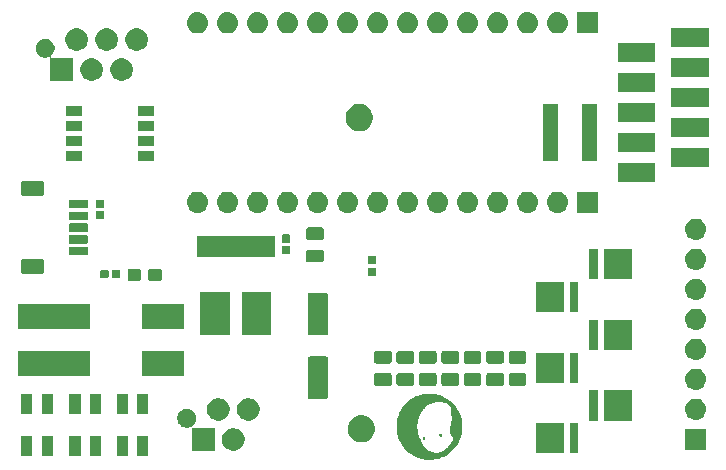
<source format=gbr>
G04 #@! TF.GenerationSoftware,KiCad,Pcbnew,5.1.3-ffb9f22~84~ubuntu18.04.1*
G04 #@! TF.CreationDate,2019-10-12T08:12:31-07:00*
G04 #@! TF.ProjectId,board,626f6172-642e-46b6-9963-61645f706362,rev?*
G04 #@! TF.SameCoordinates,Original*
G04 #@! TF.FileFunction,Soldermask,Top*
G04 #@! TF.FilePolarity,Negative*
%FSLAX46Y46*%
G04 Gerber Fmt 4.6, Leading zero omitted, Abs format (unit mm)*
G04 Created by KiCad (PCBNEW 5.1.3-ffb9f22~84~ubuntu18.04.1) date 2019-10-12 08:12:31*
%MOMM*%
%LPD*%
G04 APERTURE LIST*
%ADD10C,0.010000*%
%ADD11C,0.100000*%
G04 APERTURE END LIST*
D10*
G36*
X129366510Y-136659041D02*
G01*
X129379587Y-136662432D01*
X129390891Y-136669561D01*
X129393235Y-136671484D01*
X129412535Y-136693321D01*
X129422462Y-136717798D01*
X129422769Y-136743707D01*
X129413284Y-136769704D01*
X129398855Y-136788798D01*
X129380380Y-136800264D01*
X129355867Y-136805149D01*
X129345071Y-136805499D01*
X129327672Y-136804886D01*
X129315998Y-136801873D01*
X129305637Y-136794697D01*
X129296746Y-136786198D01*
X129280121Y-136763308D01*
X129272779Y-136738373D01*
X129274675Y-136713145D01*
X129285762Y-136689375D01*
X129299702Y-136673890D01*
X129311556Y-136664693D01*
X129322873Y-136659972D01*
X129337973Y-136658308D01*
X129347510Y-136658179D01*
X129366510Y-136659041D01*
X129366510Y-136659041D01*
G37*
X129366510Y-136659041D02*
X129379587Y-136662432D01*
X129390891Y-136669561D01*
X129393235Y-136671484D01*
X129412535Y-136693321D01*
X129422462Y-136717798D01*
X129422769Y-136743707D01*
X129413284Y-136769704D01*
X129398855Y-136788798D01*
X129380380Y-136800264D01*
X129355867Y-136805149D01*
X129345071Y-136805499D01*
X129327672Y-136804886D01*
X129315998Y-136801873D01*
X129305637Y-136794697D01*
X129296746Y-136786198D01*
X129280121Y-136763308D01*
X129272779Y-136738373D01*
X129274675Y-136713145D01*
X129285762Y-136689375D01*
X129299702Y-136673890D01*
X129311556Y-136664693D01*
X129322873Y-136659972D01*
X129337973Y-136658308D01*
X129347510Y-136658179D01*
X129366510Y-136659041D01*
G36*
X127927309Y-136937865D02*
G01*
X127942397Y-136949272D01*
X127944632Y-136951549D01*
X127960840Y-136972015D01*
X127974146Y-136995127D01*
X127984238Y-137019287D01*
X127990804Y-137042899D01*
X127993534Y-137064365D01*
X127992117Y-137082089D01*
X127986240Y-137094474D01*
X127975593Y-137099922D01*
X127973583Y-137100042D01*
X127966162Y-137097629D01*
X127954661Y-137091641D01*
X127952940Y-137090610D01*
X127935942Y-137075847D01*
X127920210Y-137054340D01*
X127906760Y-137028622D01*
X127896607Y-137001228D01*
X127890764Y-136974693D01*
X127890248Y-136951552D01*
X127892846Y-136940534D01*
X127900265Y-136933013D01*
X127912509Y-136932284D01*
X127927309Y-136937865D01*
X127927309Y-136937865D01*
G37*
X127927309Y-136937865D02*
X127942397Y-136949272D01*
X127944632Y-136951549D01*
X127960840Y-136972015D01*
X127974146Y-136995127D01*
X127984238Y-137019287D01*
X127990804Y-137042899D01*
X127993534Y-137064365D01*
X127992117Y-137082089D01*
X127986240Y-137094474D01*
X127975593Y-137099922D01*
X127973583Y-137100042D01*
X127966162Y-137097629D01*
X127954661Y-137091641D01*
X127952940Y-137090610D01*
X127935942Y-137075847D01*
X127920210Y-137054340D01*
X127906760Y-137028622D01*
X127896607Y-137001228D01*
X127890764Y-136974693D01*
X127890248Y-136951552D01*
X127892846Y-136940534D01*
X127900265Y-136933013D01*
X127912509Y-136932284D01*
X127927309Y-136937865D01*
G36*
X128514254Y-133255597D02*
G01*
X128563146Y-133256973D01*
X128604634Y-133259166D01*
X128607091Y-133259343D01*
X128773573Y-133276556D01*
X128937699Y-133303558D01*
X129099106Y-133340175D01*
X129257432Y-133386236D01*
X129412313Y-133441567D01*
X129563388Y-133505995D01*
X129710294Y-133579349D01*
X129852667Y-133661454D01*
X129990147Y-133752138D01*
X130122369Y-133851229D01*
X130248971Y-133958553D01*
X130369591Y-134073938D01*
X130414331Y-134120445D01*
X130525231Y-134245741D01*
X130627695Y-134376619D01*
X130721609Y-134512833D01*
X130806857Y-134654136D01*
X130883328Y-134800283D01*
X130950907Y-134951030D01*
X131009480Y-135106129D01*
X131058933Y-135265335D01*
X131099153Y-135428404D01*
X131130027Y-135595088D01*
X131143870Y-135695519D01*
X131146531Y-135723553D01*
X131148899Y-135760097D01*
X131150950Y-135803504D01*
X131152661Y-135852127D01*
X131154011Y-135904318D01*
X131154974Y-135958432D01*
X131155530Y-136012820D01*
X131155653Y-136065837D01*
X131155322Y-136115836D01*
X131154514Y-136161168D01*
X131153205Y-136200189D01*
X131151372Y-136231250D01*
X131151364Y-136231348D01*
X131133268Y-136395677D01*
X131105366Y-136557886D01*
X131067867Y-136717575D01*
X131020980Y-136874344D01*
X130964911Y-137027792D01*
X130899869Y-137177519D01*
X130826063Y-137323125D01*
X130743701Y-137464210D01*
X130652990Y-137600372D01*
X130554138Y-137731212D01*
X130447355Y-137856330D01*
X130332848Y-137975324D01*
X130210825Y-138087795D01*
X130166670Y-138125304D01*
X130035182Y-138228103D01*
X129898399Y-138322309D01*
X129756663Y-138407783D01*
X129610318Y-138484383D01*
X129459706Y-138551969D01*
X129305171Y-138610401D01*
X129147056Y-138659538D01*
X128985704Y-138699239D01*
X128821458Y-138729364D01*
X128654661Y-138749773D01*
X128639063Y-138751169D01*
X128607448Y-138753360D01*
X128568116Y-138755222D01*
X128523180Y-138756730D01*
X128474752Y-138757855D01*
X128424945Y-138758573D01*
X128375872Y-138758856D01*
X128329645Y-138758679D01*
X128288377Y-138758015D01*
X128254181Y-138756838D01*
X128241537Y-138756126D01*
X128071905Y-138739981D01*
X127905221Y-138714247D01*
X127741751Y-138679038D01*
X127581759Y-138634468D01*
X127425510Y-138580651D01*
X127273270Y-138517702D01*
X127125304Y-138445735D01*
X126981876Y-138364864D01*
X126843251Y-138275204D01*
X126709695Y-138176868D01*
X126581473Y-138069970D01*
X126520112Y-138013975D01*
X126401722Y-137895806D01*
X126291322Y-137771510D01*
X126189084Y-137641449D01*
X126095181Y-137505987D01*
X126009786Y-137365485D01*
X125933072Y-137220308D01*
X125865213Y-137070819D01*
X125806380Y-136917380D01*
X125756747Y-136760355D01*
X125716487Y-136600107D01*
X125685773Y-136436999D01*
X125664778Y-136271393D01*
X125659327Y-136207107D01*
X125657078Y-136166182D01*
X125655649Y-136117723D01*
X125655001Y-136063680D01*
X125655097Y-136006004D01*
X125655688Y-135962219D01*
X127338709Y-135962219D01*
X127338930Y-136022806D01*
X127339643Y-136075194D01*
X127340997Y-136121337D01*
X127343139Y-136163188D01*
X127346219Y-136202702D01*
X127350384Y-136241834D01*
X127355782Y-136282537D01*
X127362562Y-136326766D01*
X127369526Y-136368619D01*
X127394164Y-136493706D01*
X127426015Y-136623723D01*
X127464487Y-136757094D01*
X127508989Y-136892245D01*
X127558928Y-137027599D01*
X127613712Y-137161583D01*
X127672750Y-137292622D01*
X127735448Y-137419140D01*
X127801216Y-137539562D01*
X127824981Y-137580199D01*
X127850693Y-137622089D01*
X127875235Y-137659009D01*
X127900301Y-137693102D01*
X127927582Y-137726516D01*
X127958770Y-137761394D01*
X127995557Y-137799883D01*
X128009080Y-137813607D01*
X128077382Y-137880002D01*
X128142875Y-137938278D01*
X128207023Y-137989533D01*
X128271288Y-138034866D01*
X128337135Y-138075375D01*
X128406026Y-138112159D01*
X128408468Y-138113371D01*
X128475708Y-138144570D01*
X128543366Y-138171530D01*
X128612661Y-138194513D01*
X128684815Y-138213780D01*
X128761051Y-138229592D01*
X128842589Y-138242210D01*
X128930650Y-138251894D01*
X129026457Y-138258907D01*
X129107144Y-138262682D01*
X129121311Y-138262004D01*
X129142017Y-138259544D01*
X129165885Y-138255744D01*
X129179189Y-138253234D01*
X129284969Y-138226908D01*
X129389070Y-138190663D01*
X129491583Y-138144459D01*
X129592602Y-138088255D01*
X129671558Y-138036654D01*
X129707791Y-138010382D01*
X129748699Y-137978987D01*
X129792848Y-137943703D01*
X129838807Y-137905765D01*
X129885142Y-137866406D01*
X129930420Y-137826860D01*
X129973208Y-137788362D01*
X130012073Y-137752146D01*
X130045583Y-137719445D01*
X130072200Y-137691608D01*
X130121921Y-137634510D01*
X130170869Y-137573772D01*
X130218185Y-137510711D01*
X130263011Y-137446641D01*
X130304489Y-137382878D01*
X130341759Y-137320739D01*
X130373963Y-137261539D01*
X130400242Y-137206593D01*
X130418390Y-137161099D01*
X130430009Y-137124622D01*
X130436512Y-137094859D01*
X130438134Y-137069885D01*
X130435109Y-137047777D01*
X130433072Y-137040594D01*
X130424742Y-137007122D01*
X130418017Y-136963789D01*
X130412888Y-136910521D01*
X130411400Y-136888419D01*
X130409757Y-136865224D01*
X130407934Y-136845766D01*
X130406170Y-136832293D01*
X130404891Y-136827218D01*
X130398828Y-136823030D01*
X130386304Y-136816755D01*
X130374056Y-136811433D01*
X130338034Y-136793744D01*
X130307893Y-136772050D01*
X130282898Y-136745272D01*
X130262315Y-136712335D01*
X130245410Y-136672160D01*
X130231449Y-136623672D01*
X130224574Y-136592139D01*
X130215952Y-136537923D01*
X130209715Y-136475238D01*
X130205846Y-136405486D01*
X130204331Y-136330070D01*
X130205153Y-136250392D01*
X130208297Y-136167856D01*
X130213747Y-136083863D01*
X130221487Y-135999817D01*
X130231501Y-135917120D01*
X130232234Y-135911796D01*
X130240526Y-135860560D01*
X130251694Y-135806462D01*
X130266142Y-135747820D01*
X130284279Y-135682951D01*
X130300350Y-135629833D01*
X130310844Y-135594535D01*
X130317592Y-135568162D01*
X130320699Y-135550237D01*
X130320473Y-135540933D01*
X130319835Y-135533756D01*
X130319116Y-135517278D01*
X130318333Y-135492361D01*
X130317505Y-135459865D01*
X130316650Y-135420647D01*
X130315786Y-135375570D01*
X130314930Y-135325492D01*
X130314101Y-135271274D01*
X130313317Y-135213775D01*
X130312867Y-135177359D01*
X130311942Y-135102805D01*
X130311021Y-135037375D01*
X130310052Y-134980033D01*
X130308986Y-134929741D01*
X130307771Y-134885464D01*
X130306357Y-134846167D01*
X130304694Y-134810811D01*
X130302729Y-134778361D01*
X130300413Y-134747782D01*
X130297696Y-134718036D01*
X130294525Y-134688087D01*
X130290852Y-134656900D01*
X130286624Y-134623437D01*
X130285258Y-134612934D01*
X130276293Y-134550472D01*
X130265480Y-134485121D01*
X130253506Y-134420711D01*
X130241059Y-134361070D01*
X130236044Y-134339159D01*
X130230037Y-134313679D01*
X130224702Y-134291017D01*
X130220562Y-134273404D01*
X130218143Y-134263074D01*
X130217942Y-134262212D01*
X130212357Y-134252535D01*
X130199613Y-134238079D01*
X130180902Y-134219851D01*
X130157416Y-134198859D01*
X130130348Y-134176109D01*
X130100890Y-134152610D01*
X130070234Y-134129369D01*
X130039572Y-134107393D01*
X130015743Y-134091337D01*
X129922506Y-134036500D01*
X129823209Y-133989604D01*
X129717728Y-133950604D01*
X129605942Y-133919454D01*
X129487728Y-133896112D01*
X129477263Y-133894468D01*
X129432640Y-133888933D01*
X129380389Y-133884672D01*
X129322966Y-133881728D01*
X129262827Y-133880147D01*
X129202430Y-133879975D01*
X129144232Y-133881255D01*
X129090689Y-133884033D01*
X129058163Y-133886803D01*
X128921148Y-133904815D01*
X128789732Y-133930187D01*
X128664217Y-133962802D01*
X128544908Y-134002546D01*
X128432105Y-134049301D01*
X128326113Y-134102953D01*
X128227234Y-134163386D01*
X128135771Y-134230483D01*
X128115150Y-134247404D01*
X128081961Y-134276423D01*
X128049569Y-134307367D01*
X128016478Y-134341809D01*
X127981192Y-134381317D01*
X127942215Y-134427463D01*
X127933360Y-134438219D01*
X127829749Y-134570671D01*
X127736222Y-134703126D01*
X127652701Y-134835736D01*
X127579111Y-134968655D01*
X127515376Y-135102037D01*
X127461420Y-135236037D01*
X127417167Y-135370806D01*
X127382540Y-135506500D01*
X127367182Y-135583759D01*
X127359705Y-135626903D01*
X127353630Y-135665500D01*
X127348818Y-135701391D01*
X127345130Y-135736416D01*
X127342428Y-135772416D01*
X127340573Y-135811230D01*
X127339428Y-135854701D01*
X127338852Y-135904668D01*
X127338709Y-135962219D01*
X125655688Y-135962219D01*
X125655899Y-135946643D01*
X125657369Y-135887550D01*
X125659467Y-135830674D01*
X125662157Y-135777966D01*
X125665399Y-135731376D01*
X125669157Y-135692854D01*
X125669425Y-135690619D01*
X125694899Y-135521087D01*
X125729571Y-135355865D01*
X125773472Y-135194877D01*
X125826635Y-135038051D01*
X125889092Y-134885313D01*
X125960873Y-134736589D01*
X126042012Y-134591805D01*
X126132540Y-134450887D01*
X126232489Y-134313761D01*
X126300000Y-134229657D01*
X126325097Y-134200673D01*
X126356303Y-134166503D01*
X126392097Y-134128667D01*
X126430959Y-134088686D01*
X126471366Y-134048082D01*
X126511798Y-134008377D01*
X126550733Y-133971090D01*
X126586651Y-133937744D01*
X126618029Y-133909859D01*
X126629641Y-133900016D01*
X126745969Y-133807702D01*
X126862978Y-133724014D01*
X126982829Y-133647525D01*
X127107679Y-133576809D01*
X127160783Y-133549169D01*
X127306044Y-133480456D01*
X127453296Y-133421015D01*
X127603388Y-133370589D01*
X127757167Y-133328923D01*
X127915483Y-133295762D01*
X128079185Y-133270850D01*
X128090603Y-133269441D01*
X128128517Y-133265650D01*
X128174630Y-133262372D01*
X128226991Y-133259644D01*
X128283649Y-133257505D01*
X128342655Y-133255993D01*
X128402058Y-133255145D01*
X128459908Y-133255001D01*
X128514254Y-133255597D01*
X128514254Y-133255597D01*
G37*
X128514254Y-133255597D02*
X128563146Y-133256973D01*
X128604634Y-133259166D01*
X128607091Y-133259343D01*
X128773573Y-133276556D01*
X128937699Y-133303558D01*
X129099106Y-133340175D01*
X129257432Y-133386236D01*
X129412313Y-133441567D01*
X129563388Y-133505995D01*
X129710294Y-133579349D01*
X129852667Y-133661454D01*
X129990147Y-133752138D01*
X130122369Y-133851229D01*
X130248971Y-133958553D01*
X130369591Y-134073938D01*
X130414331Y-134120445D01*
X130525231Y-134245741D01*
X130627695Y-134376619D01*
X130721609Y-134512833D01*
X130806857Y-134654136D01*
X130883328Y-134800283D01*
X130950907Y-134951030D01*
X131009480Y-135106129D01*
X131058933Y-135265335D01*
X131099153Y-135428404D01*
X131130027Y-135595088D01*
X131143870Y-135695519D01*
X131146531Y-135723553D01*
X131148899Y-135760097D01*
X131150950Y-135803504D01*
X131152661Y-135852127D01*
X131154011Y-135904318D01*
X131154974Y-135958432D01*
X131155530Y-136012820D01*
X131155653Y-136065837D01*
X131155322Y-136115836D01*
X131154514Y-136161168D01*
X131153205Y-136200189D01*
X131151372Y-136231250D01*
X131151364Y-136231348D01*
X131133268Y-136395677D01*
X131105366Y-136557886D01*
X131067867Y-136717575D01*
X131020980Y-136874344D01*
X130964911Y-137027792D01*
X130899869Y-137177519D01*
X130826063Y-137323125D01*
X130743701Y-137464210D01*
X130652990Y-137600372D01*
X130554138Y-137731212D01*
X130447355Y-137856330D01*
X130332848Y-137975324D01*
X130210825Y-138087795D01*
X130166670Y-138125304D01*
X130035182Y-138228103D01*
X129898399Y-138322309D01*
X129756663Y-138407783D01*
X129610318Y-138484383D01*
X129459706Y-138551969D01*
X129305171Y-138610401D01*
X129147056Y-138659538D01*
X128985704Y-138699239D01*
X128821458Y-138729364D01*
X128654661Y-138749773D01*
X128639063Y-138751169D01*
X128607448Y-138753360D01*
X128568116Y-138755222D01*
X128523180Y-138756730D01*
X128474752Y-138757855D01*
X128424945Y-138758573D01*
X128375872Y-138758856D01*
X128329645Y-138758679D01*
X128288377Y-138758015D01*
X128254181Y-138756838D01*
X128241537Y-138756126D01*
X128071905Y-138739981D01*
X127905221Y-138714247D01*
X127741751Y-138679038D01*
X127581759Y-138634468D01*
X127425510Y-138580651D01*
X127273270Y-138517702D01*
X127125304Y-138445735D01*
X126981876Y-138364864D01*
X126843251Y-138275204D01*
X126709695Y-138176868D01*
X126581473Y-138069970D01*
X126520112Y-138013975D01*
X126401722Y-137895806D01*
X126291322Y-137771510D01*
X126189084Y-137641449D01*
X126095181Y-137505987D01*
X126009786Y-137365485D01*
X125933072Y-137220308D01*
X125865213Y-137070819D01*
X125806380Y-136917380D01*
X125756747Y-136760355D01*
X125716487Y-136600107D01*
X125685773Y-136436999D01*
X125664778Y-136271393D01*
X125659327Y-136207107D01*
X125657078Y-136166182D01*
X125655649Y-136117723D01*
X125655001Y-136063680D01*
X125655097Y-136006004D01*
X125655688Y-135962219D01*
X127338709Y-135962219D01*
X127338930Y-136022806D01*
X127339643Y-136075194D01*
X127340997Y-136121337D01*
X127343139Y-136163188D01*
X127346219Y-136202702D01*
X127350384Y-136241834D01*
X127355782Y-136282537D01*
X127362562Y-136326766D01*
X127369526Y-136368619D01*
X127394164Y-136493706D01*
X127426015Y-136623723D01*
X127464487Y-136757094D01*
X127508989Y-136892245D01*
X127558928Y-137027599D01*
X127613712Y-137161583D01*
X127672750Y-137292622D01*
X127735448Y-137419140D01*
X127801216Y-137539562D01*
X127824981Y-137580199D01*
X127850693Y-137622089D01*
X127875235Y-137659009D01*
X127900301Y-137693102D01*
X127927582Y-137726516D01*
X127958770Y-137761394D01*
X127995557Y-137799883D01*
X128009080Y-137813607D01*
X128077382Y-137880002D01*
X128142875Y-137938278D01*
X128207023Y-137989533D01*
X128271288Y-138034866D01*
X128337135Y-138075375D01*
X128406026Y-138112159D01*
X128408468Y-138113371D01*
X128475708Y-138144570D01*
X128543366Y-138171530D01*
X128612661Y-138194513D01*
X128684815Y-138213780D01*
X128761051Y-138229592D01*
X128842589Y-138242210D01*
X128930650Y-138251894D01*
X129026457Y-138258907D01*
X129107144Y-138262682D01*
X129121311Y-138262004D01*
X129142017Y-138259544D01*
X129165885Y-138255744D01*
X129179189Y-138253234D01*
X129284969Y-138226908D01*
X129389070Y-138190663D01*
X129491583Y-138144459D01*
X129592602Y-138088255D01*
X129671558Y-138036654D01*
X129707791Y-138010382D01*
X129748699Y-137978987D01*
X129792848Y-137943703D01*
X129838807Y-137905765D01*
X129885142Y-137866406D01*
X129930420Y-137826860D01*
X129973208Y-137788362D01*
X130012073Y-137752146D01*
X130045583Y-137719445D01*
X130072200Y-137691608D01*
X130121921Y-137634510D01*
X130170869Y-137573772D01*
X130218185Y-137510711D01*
X130263011Y-137446641D01*
X130304489Y-137382878D01*
X130341759Y-137320739D01*
X130373963Y-137261539D01*
X130400242Y-137206593D01*
X130418390Y-137161099D01*
X130430009Y-137124622D01*
X130436512Y-137094859D01*
X130438134Y-137069885D01*
X130435109Y-137047777D01*
X130433072Y-137040594D01*
X130424742Y-137007122D01*
X130418017Y-136963789D01*
X130412888Y-136910521D01*
X130411400Y-136888419D01*
X130409757Y-136865224D01*
X130407934Y-136845766D01*
X130406170Y-136832293D01*
X130404891Y-136827218D01*
X130398828Y-136823030D01*
X130386304Y-136816755D01*
X130374056Y-136811433D01*
X130338034Y-136793744D01*
X130307893Y-136772050D01*
X130282898Y-136745272D01*
X130262315Y-136712335D01*
X130245410Y-136672160D01*
X130231449Y-136623672D01*
X130224574Y-136592139D01*
X130215952Y-136537923D01*
X130209715Y-136475238D01*
X130205846Y-136405486D01*
X130204331Y-136330070D01*
X130205153Y-136250392D01*
X130208297Y-136167856D01*
X130213747Y-136083863D01*
X130221487Y-135999817D01*
X130231501Y-135917120D01*
X130232234Y-135911796D01*
X130240526Y-135860560D01*
X130251694Y-135806462D01*
X130266142Y-135747820D01*
X130284279Y-135682951D01*
X130300350Y-135629833D01*
X130310844Y-135594535D01*
X130317592Y-135568162D01*
X130320699Y-135550237D01*
X130320473Y-135540933D01*
X130319835Y-135533756D01*
X130319116Y-135517278D01*
X130318333Y-135492361D01*
X130317505Y-135459865D01*
X130316650Y-135420647D01*
X130315786Y-135375570D01*
X130314930Y-135325492D01*
X130314101Y-135271274D01*
X130313317Y-135213775D01*
X130312867Y-135177359D01*
X130311942Y-135102805D01*
X130311021Y-135037375D01*
X130310052Y-134980033D01*
X130308986Y-134929741D01*
X130307771Y-134885464D01*
X130306357Y-134846167D01*
X130304694Y-134810811D01*
X130302729Y-134778361D01*
X130300413Y-134747782D01*
X130297696Y-134718036D01*
X130294525Y-134688087D01*
X130290852Y-134656900D01*
X130286624Y-134623437D01*
X130285258Y-134612934D01*
X130276293Y-134550472D01*
X130265480Y-134485121D01*
X130253506Y-134420711D01*
X130241059Y-134361070D01*
X130236044Y-134339159D01*
X130230037Y-134313679D01*
X130224702Y-134291017D01*
X130220562Y-134273404D01*
X130218143Y-134263074D01*
X130217942Y-134262212D01*
X130212357Y-134252535D01*
X130199613Y-134238079D01*
X130180902Y-134219851D01*
X130157416Y-134198859D01*
X130130348Y-134176109D01*
X130100890Y-134152610D01*
X130070234Y-134129369D01*
X130039572Y-134107393D01*
X130015743Y-134091337D01*
X129922506Y-134036500D01*
X129823209Y-133989604D01*
X129717728Y-133950604D01*
X129605942Y-133919454D01*
X129487728Y-133896112D01*
X129477263Y-133894468D01*
X129432640Y-133888933D01*
X129380389Y-133884672D01*
X129322966Y-133881728D01*
X129262827Y-133880147D01*
X129202430Y-133879975D01*
X129144232Y-133881255D01*
X129090689Y-133884033D01*
X129058163Y-133886803D01*
X128921148Y-133904815D01*
X128789732Y-133930187D01*
X128664217Y-133962802D01*
X128544908Y-134002546D01*
X128432105Y-134049301D01*
X128326113Y-134102953D01*
X128227234Y-134163386D01*
X128135771Y-134230483D01*
X128115150Y-134247404D01*
X128081961Y-134276423D01*
X128049569Y-134307367D01*
X128016478Y-134341809D01*
X127981192Y-134381317D01*
X127942215Y-134427463D01*
X127933360Y-134438219D01*
X127829749Y-134570671D01*
X127736222Y-134703126D01*
X127652701Y-134835736D01*
X127579111Y-134968655D01*
X127515376Y-135102037D01*
X127461420Y-135236037D01*
X127417167Y-135370806D01*
X127382540Y-135506500D01*
X127367182Y-135583759D01*
X127359705Y-135626903D01*
X127353630Y-135665500D01*
X127348818Y-135701391D01*
X127345130Y-135736416D01*
X127342428Y-135772416D01*
X127340573Y-135811230D01*
X127339428Y-135854701D01*
X127338852Y-135904668D01*
X127338709Y-135962219D01*
X125655688Y-135962219D01*
X125655899Y-135946643D01*
X125657369Y-135887550D01*
X125659467Y-135830674D01*
X125662157Y-135777966D01*
X125665399Y-135731376D01*
X125669157Y-135692854D01*
X125669425Y-135690619D01*
X125694899Y-135521087D01*
X125729571Y-135355865D01*
X125773472Y-135194877D01*
X125826635Y-135038051D01*
X125889092Y-134885313D01*
X125960873Y-134736589D01*
X126042012Y-134591805D01*
X126132540Y-134450887D01*
X126232489Y-134313761D01*
X126300000Y-134229657D01*
X126325097Y-134200673D01*
X126356303Y-134166503D01*
X126392097Y-134128667D01*
X126430959Y-134088686D01*
X126471366Y-134048082D01*
X126511798Y-134008377D01*
X126550733Y-133971090D01*
X126586651Y-133937744D01*
X126618029Y-133909859D01*
X126629641Y-133900016D01*
X126745969Y-133807702D01*
X126862978Y-133724014D01*
X126982829Y-133647525D01*
X127107679Y-133576809D01*
X127160783Y-133549169D01*
X127306044Y-133480456D01*
X127453296Y-133421015D01*
X127603388Y-133370589D01*
X127757167Y-133328923D01*
X127915483Y-133295762D01*
X128079185Y-133270850D01*
X128090603Y-133269441D01*
X128128517Y-133265650D01*
X128174630Y-133262372D01*
X128226991Y-133259644D01*
X128283649Y-133257505D01*
X128342655Y-133255993D01*
X128402058Y-133255145D01*
X128459908Y-133255001D01*
X128514254Y-133255597D01*
D11*
G36*
X96551000Y-138501000D02*
G01*
X95599000Y-138501000D01*
X95599000Y-136799000D01*
X96551000Y-136799000D01*
X96551000Y-138501000D01*
X96551000Y-138501000D01*
G37*
G36*
X102901000Y-138501000D02*
G01*
X101949000Y-138501000D01*
X101949000Y-136799000D01*
X102901000Y-136799000D01*
X102901000Y-138501000D01*
X102901000Y-138501000D01*
G37*
G36*
X104651000Y-138501000D02*
G01*
X103699000Y-138501000D01*
X103699000Y-136799000D01*
X104651000Y-136799000D01*
X104651000Y-138501000D01*
X104651000Y-138501000D01*
G37*
G36*
X100651000Y-138501000D02*
G01*
X99699000Y-138501000D01*
X99699000Y-136799000D01*
X100651000Y-136799000D01*
X100651000Y-138501000D01*
X100651000Y-138501000D01*
G37*
G36*
X94801000Y-138501000D02*
G01*
X93849000Y-138501000D01*
X93849000Y-136799000D01*
X94801000Y-136799000D01*
X94801000Y-138501000D01*
X94801000Y-138501000D01*
G37*
G36*
X98901000Y-138501000D02*
G01*
X97949000Y-138501000D01*
X97949000Y-136799000D01*
X98901000Y-136799000D01*
X98901000Y-138501000D01*
X98901000Y-138501000D01*
G37*
G36*
X139866000Y-138276000D02*
G01*
X137771952Y-138276000D01*
X137763387Y-138273402D01*
X137739001Y-138271000D01*
X137444000Y-138271000D01*
X137444000Y-135729000D01*
X137739001Y-135729000D01*
X137763387Y-135726598D01*
X137771952Y-135724000D01*
X139866000Y-135724000D01*
X139866000Y-138276000D01*
X139866000Y-138276000D01*
G37*
G36*
X141056000Y-138271000D02*
G01*
X140324000Y-138271000D01*
X140324000Y-135729000D01*
X141056000Y-135729000D01*
X141056000Y-138271000D01*
X141056000Y-138271000D01*
G37*
G36*
X108128657Y-134549733D02*
G01*
X108274438Y-134610118D01*
X108274439Y-134610119D01*
X108405640Y-134697784D01*
X108517216Y-134809360D01*
X108517217Y-134809362D01*
X108604882Y-134940562D01*
X108665267Y-135086343D01*
X108696050Y-135241102D01*
X108696050Y-135398898D01*
X108665267Y-135553657D01*
X108604882Y-135699438D01*
X108604881Y-135699439D01*
X108517216Y-135830640D01*
X108405640Y-135942216D01*
X108405637Y-135942218D01*
X108402903Y-135944952D01*
X108389912Y-135955614D01*
X108374367Y-135974556D01*
X108362816Y-135996167D01*
X108355703Y-136019616D01*
X108353301Y-136044002D01*
X108355703Y-136068388D01*
X108362816Y-136091837D01*
X108374367Y-136113447D01*
X108389913Y-136132389D01*
X108408855Y-136147934D01*
X108430466Y-136159485D01*
X108453915Y-136166598D01*
X108478300Y-136169000D01*
X110246000Y-136169000D01*
X110246000Y-138071000D01*
X108344000Y-138071000D01*
X108344000Y-136188143D01*
X108341598Y-136163757D01*
X108334485Y-136140308D01*
X108322934Y-136118697D01*
X108307389Y-136099755D01*
X108288447Y-136084210D01*
X108266836Y-136072659D01*
X108243387Y-136065546D01*
X108219001Y-136063144D01*
X108194615Y-136065546D01*
X108171164Y-136072659D01*
X108128658Y-136090266D01*
X108128657Y-136090266D01*
X108128655Y-136090267D01*
X107973898Y-136121050D01*
X107816102Y-136121050D01*
X107661343Y-136090267D01*
X107515562Y-136029882D01*
X107388455Y-135944952D01*
X107384360Y-135942216D01*
X107272784Y-135830640D01*
X107185119Y-135699439D01*
X107185118Y-135699438D01*
X107124733Y-135553657D01*
X107093950Y-135398898D01*
X107093950Y-135241102D01*
X107124733Y-135086343D01*
X107185118Y-134940562D01*
X107272783Y-134809362D01*
X107272784Y-134809360D01*
X107384360Y-134697784D01*
X107515561Y-134610119D01*
X107515562Y-134610118D01*
X107661343Y-134549733D01*
X107816102Y-134518950D01*
X107973898Y-134518950D01*
X108128657Y-134549733D01*
X108128657Y-134549733D01*
G37*
G36*
X112112395Y-136205546D02*
G01*
X112285466Y-136277234D01*
X112285467Y-136277235D01*
X112441227Y-136381310D01*
X112573690Y-136513773D01*
X112626081Y-136592182D01*
X112677766Y-136669534D01*
X112749454Y-136842605D01*
X112786000Y-137026333D01*
X112786000Y-137213667D01*
X112749454Y-137397395D01*
X112677766Y-137570466D01*
X112677765Y-137570467D01*
X112573690Y-137726227D01*
X112441227Y-137858690D01*
X112362818Y-137911081D01*
X112285466Y-137962766D01*
X112112395Y-138034454D01*
X111928667Y-138071000D01*
X111741333Y-138071000D01*
X111557605Y-138034454D01*
X111384534Y-137962766D01*
X111307182Y-137911081D01*
X111228773Y-137858690D01*
X111096310Y-137726227D01*
X110992235Y-137570467D01*
X110992234Y-137570466D01*
X110920546Y-137397395D01*
X110884000Y-137213667D01*
X110884000Y-137026333D01*
X110920546Y-136842605D01*
X110992234Y-136669534D01*
X111043919Y-136592182D01*
X111096310Y-136513773D01*
X111228773Y-136381310D01*
X111384533Y-136277235D01*
X111384534Y-136277234D01*
X111557605Y-136205546D01*
X111741333Y-136169000D01*
X111928667Y-136169000D01*
X112112395Y-136205546D01*
X112112395Y-136205546D01*
G37*
G36*
X151878600Y-138010200D02*
G01*
X150076600Y-138010200D01*
X150076600Y-136208200D01*
X151878600Y-136208200D01*
X151878600Y-138010200D01*
X151878600Y-138010200D01*
G37*
G36*
X122859670Y-135072189D02*
G01*
X123015734Y-135103232D01*
X123163850Y-135164584D01*
X123216102Y-135186227D01*
X123225203Y-135189997D01*
X123413720Y-135315960D01*
X123574040Y-135476280D01*
X123700003Y-135664797D01*
X123768697Y-135830638D01*
X123786768Y-135874267D01*
X123831000Y-136096635D01*
X123831000Y-136323365D01*
X123819474Y-136381309D01*
X123786768Y-136545734D01*
X123700003Y-136755203D01*
X123574040Y-136943720D01*
X123413720Y-137104040D01*
X123225203Y-137230003D01*
X123015734Y-137316768D01*
X122904549Y-137338884D01*
X122793365Y-137361000D01*
X122566635Y-137361000D01*
X122455451Y-137338884D01*
X122344266Y-137316768D01*
X122134797Y-137230003D01*
X121946280Y-137104040D01*
X121785960Y-136943720D01*
X121659997Y-136755203D01*
X121573232Y-136545734D01*
X121540526Y-136381309D01*
X121529000Y-136323365D01*
X121529000Y-136096635D01*
X121573232Y-135874267D01*
X121591304Y-135830638D01*
X121659997Y-135664797D01*
X121785960Y-135476280D01*
X121946280Y-135315960D01*
X122134797Y-135189997D01*
X122143899Y-135186227D01*
X122196150Y-135164584D01*
X122344266Y-135103232D01*
X122500330Y-135072189D01*
X122566635Y-135059000D01*
X122793365Y-135059000D01*
X122859670Y-135072189D01*
X122859670Y-135072189D01*
G37*
G36*
X113382395Y-133665546D02*
G01*
X113555466Y-133737234D01*
X113555467Y-133737235D01*
X113711227Y-133841310D01*
X113843690Y-133973773D01*
X113843691Y-133973775D01*
X113947766Y-134129534D01*
X114019454Y-134302605D01*
X114056000Y-134486333D01*
X114056000Y-134673667D01*
X114019454Y-134857395D01*
X113947766Y-135030466D01*
X113919886Y-135072191D01*
X113843690Y-135186227D01*
X113711227Y-135318690D01*
X113632818Y-135371081D01*
X113555466Y-135422766D01*
X113382395Y-135494454D01*
X113198667Y-135531000D01*
X113011333Y-135531000D01*
X112827605Y-135494454D01*
X112654534Y-135422766D01*
X112577182Y-135371081D01*
X112498773Y-135318690D01*
X112366310Y-135186227D01*
X112290114Y-135072191D01*
X112262234Y-135030466D01*
X112190546Y-134857395D01*
X112154000Y-134673667D01*
X112154000Y-134486333D01*
X112190546Y-134302605D01*
X112262234Y-134129534D01*
X112366309Y-133973775D01*
X112366310Y-133973773D01*
X112498773Y-133841310D01*
X112654533Y-133737235D01*
X112654534Y-133737234D01*
X112827605Y-133665546D01*
X113011333Y-133629000D01*
X113198667Y-133629000D01*
X113382395Y-133665546D01*
X113382395Y-133665546D01*
G37*
G36*
X110842395Y-133665546D02*
G01*
X111015466Y-133737234D01*
X111015467Y-133737235D01*
X111171227Y-133841310D01*
X111303690Y-133973773D01*
X111303691Y-133973775D01*
X111407766Y-134129534D01*
X111479454Y-134302605D01*
X111516000Y-134486333D01*
X111516000Y-134673667D01*
X111479454Y-134857395D01*
X111407766Y-135030466D01*
X111379886Y-135072191D01*
X111303690Y-135186227D01*
X111171227Y-135318690D01*
X111092818Y-135371081D01*
X111015466Y-135422766D01*
X110842395Y-135494454D01*
X110658667Y-135531000D01*
X110471333Y-135531000D01*
X110287605Y-135494454D01*
X110114534Y-135422766D01*
X110037182Y-135371081D01*
X109958773Y-135318690D01*
X109826310Y-135186227D01*
X109750114Y-135072191D01*
X109722234Y-135030466D01*
X109650546Y-134857395D01*
X109614000Y-134673667D01*
X109614000Y-134486333D01*
X109650546Y-134302605D01*
X109722234Y-134129534D01*
X109826309Y-133973775D01*
X109826310Y-133973773D01*
X109958773Y-133841310D01*
X110114533Y-133737235D01*
X110114534Y-133737234D01*
X110287605Y-133665546D01*
X110471333Y-133629000D01*
X110658667Y-133629000D01*
X110842395Y-133665546D01*
X110842395Y-133665546D01*
G37*
G36*
X145286613Y-132976598D02*
G01*
X145310999Y-132979000D01*
X145606000Y-132979000D01*
X145606000Y-135521000D01*
X145310999Y-135521000D01*
X145286613Y-135523402D01*
X145278048Y-135526000D01*
X143184000Y-135526000D01*
X143184000Y-132974000D01*
X145278048Y-132974000D01*
X145286613Y-132976598D01*
X145286613Y-132976598D01*
G37*
G36*
X142726000Y-135521000D02*
G01*
X141994000Y-135521000D01*
X141994000Y-132979000D01*
X142726000Y-132979000D01*
X142726000Y-135521000D01*
X142726000Y-135521000D01*
G37*
G36*
X151088042Y-133674718D02*
G01*
X151154227Y-133681237D01*
X151324066Y-133732757D01*
X151480591Y-133816422D01*
X151510916Y-133841309D01*
X151617786Y-133929014D01*
X151701048Y-134030471D01*
X151730378Y-134066209D01*
X151814043Y-134222734D01*
X151865563Y-134392573D01*
X151882959Y-134569200D01*
X151865563Y-134745827D01*
X151814043Y-134915666D01*
X151730378Y-135072191D01*
X151704903Y-135103232D01*
X151617786Y-135209386D01*
X151516329Y-135292648D01*
X151480591Y-135321978D01*
X151324066Y-135405643D01*
X151154227Y-135457163D01*
X151088042Y-135463682D01*
X151021860Y-135470200D01*
X150933340Y-135470200D01*
X150867158Y-135463682D01*
X150800973Y-135457163D01*
X150631134Y-135405643D01*
X150474609Y-135321978D01*
X150438871Y-135292648D01*
X150337414Y-135209386D01*
X150250297Y-135103232D01*
X150224822Y-135072191D01*
X150141157Y-134915666D01*
X150089637Y-134745827D01*
X150072241Y-134569200D01*
X150089637Y-134392573D01*
X150141157Y-134222734D01*
X150224822Y-134066209D01*
X150254152Y-134030471D01*
X150337414Y-133929014D01*
X150444284Y-133841309D01*
X150474609Y-133816422D01*
X150631134Y-133732757D01*
X150800973Y-133681237D01*
X150867158Y-133674718D01*
X150933340Y-133668200D01*
X151021860Y-133668200D01*
X151088042Y-133674718D01*
X151088042Y-133674718D01*
G37*
G36*
X98901000Y-135001000D02*
G01*
X97949000Y-135001000D01*
X97949000Y-133299000D01*
X98901000Y-133299000D01*
X98901000Y-135001000D01*
X98901000Y-135001000D01*
G37*
G36*
X104651000Y-135001000D02*
G01*
X103699000Y-135001000D01*
X103699000Y-133299000D01*
X104651000Y-133299000D01*
X104651000Y-135001000D01*
X104651000Y-135001000D01*
G37*
G36*
X100651000Y-135001000D02*
G01*
X99699000Y-135001000D01*
X99699000Y-133299000D01*
X100651000Y-133299000D01*
X100651000Y-135001000D01*
X100651000Y-135001000D01*
G37*
G36*
X94801000Y-135001000D02*
G01*
X93849000Y-135001000D01*
X93849000Y-133299000D01*
X94801000Y-133299000D01*
X94801000Y-135001000D01*
X94801000Y-135001000D01*
G37*
G36*
X102901000Y-135001000D02*
G01*
X101949000Y-135001000D01*
X101949000Y-133299000D01*
X102901000Y-133299000D01*
X102901000Y-135001000D01*
X102901000Y-135001000D01*
G37*
G36*
X96551000Y-135001000D02*
G01*
X95599000Y-135001000D01*
X95599000Y-133299000D01*
X96551000Y-133299000D01*
X96551000Y-135001000D01*
X96551000Y-135001000D01*
G37*
G36*
X119705997Y-130103051D02*
G01*
X119739652Y-130113261D01*
X119770665Y-130129838D01*
X119797851Y-130152149D01*
X119820162Y-130179335D01*
X119836739Y-130210348D01*
X119846949Y-130244003D01*
X119851000Y-130285138D01*
X119851000Y-133514862D01*
X119846949Y-133555997D01*
X119836739Y-133589652D01*
X119820162Y-133620665D01*
X119797851Y-133647851D01*
X119770665Y-133670162D01*
X119739652Y-133686739D01*
X119705997Y-133696949D01*
X119664862Y-133701000D01*
X118335138Y-133701000D01*
X118294003Y-133696949D01*
X118260348Y-133686739D01*
X118229335Y-133670162D01*
X118202149Y-133647851D01*
X118179838Y-133620665D01*
X118163261Y-133589652D01*
X118153051Y-133555997D01*
X118149000Y-133514862D01*
X118149000Y-130285138D01*
X118153051Y-130244003D01*
X118163261Y-130210348D01*
X118179838Y-130179335D01*
X118202149Y-130152149D01*
X118229335Y-130129838D01*
X118260348Y-130113261D01*
X118294003Y-130103051D01*
X118335138Y-130099000D01*
X119664862Y-130099000D01*
X119705997Y-130103051D01*
X119705997Y-130103051D01*
G37*
G36*
X151088042Y-131134718D02*
G01*
X151154227Y-131141237D01*
X151324066Y-131192757D01*
X151480591Y-131276422D01*
X151516329Y-131305752D01*
X151617786Y-131389014D01*
X151701048Y-131490471D01*
X151730378Y-131526209D01*
X151814043Y-131682734D01*
X151865563Y-131852573D01*
X151882959Y-132029200D01*
X151865563Y-132205827D01*
X151814043Y-132375666D01*
X151730378Y-132532191D01*
X151701048Y-132567929D01*
X151617786Y-132669386D01*
X151516329Y-132752648D01*
X151480591Y-132781978D01*
X151324066Y-132865643D01*
X151154227Y-132917163D01*
X151088042Y-132923682D01*
X151021860Y-132930200D01*
X150933340Y-132930200D01*
X150867158Y-132923682D01*
X150800973Y-132917163D01*
X150631134Y-132865643D01*
X150474609Y-132781978D01*
X150438871Y-132752648D01*
X150337414Y-132669386D01*
X150254152Y-132567929D01*
X150224822Y-132532191D01*
X150141157Y-132375666D01*
X150089637Y-132205827D01*
X150072241Y-132029200D01*
X150089637Y-131852573D01*
X150141157Y-131682734D01*
X150224822Y-131526209D01*
X150254152Y-131490471D01*
X150337414Y-131389014D01*
X150438871Y-131305752D01*
X150474609Y-131276422D01*
X150631134Y-131192757D01*
X150800973Y-131141237D01*
X150867158Y-131134718D01*
X150933340Y-131128200D01*
X151021860Y-131128200D01*
X151088042Y-131134718D01*
X151088042Y-131134718D01*
G37*
G36*
X128884468Y-131503565D02*
G01*
X128923138Y-131515296D01*
X128958777Y-131534346D01*
X128990017Y-131559983D01*
X129015654Y-131591223D01*
X129034704Y-131626862D01*
X129046435Y-131665532D01*
X129051000Y-131711888D01*
X129051000Y-132363112D01*
X129046435Y-132409468D01*
X129034704Y-132448138D01*
X129015654Y-132483777D01*
X128990017Y-132515017D01*
X128958777Y-132540654D01*
X128923138Y-132559704D01*
X128884468Y-132571435D01*
X128838112Y-132576000D01*
X127761888Y-132576000D01*
X127715532Y-132571435D01*
X127676862Y-132559704D01*
X127641223Y-132540654D01*
X127609983Y-132515017D01*
X127584346Y-132483777D01*
X127565296Y-132448138D01*
X127553565Y-132409468D01*
X127549000Y-132363112D01*
X127549000Y-131711888D01*
X127553565Y-131665532D01*
X127565296Y-131626862D01*
X127584346Y-131591223D01*
X127609983Y-131559983D01*
X127641223Y-131534346D01*
X127676862Y-131515296D01*
X127715532Y-131503565D01*
X127761888Y-131499000D01*
X128838112Y-131499000D01*
X128884468Y-131503565D01*
X128884468Y-131503565D01*
G37*
G36*
X126984468Y-131503565D02*
G01*
X127023138Y-131515296D01*
X127058777Y-131534346D01*
X127090017Y-131559983D01*
X127115654Y-131591223D01*
X127134704Y-131626862D01*
X127146435Y-131665532D01*
X127151000Y-131711888D01*
X127151000Y-132363112D01*
X127146435Y-132409468D01*
X127134704Y-132448138D01*
X127115654Y-132483777D01*
X127090017Y-132515017D01*
X127058777Y-132540654D01*
X127023138Y-132559704D01*
X126984468Y-132571435D01*
X126938112Y-132576000D01*
X125861888Y-132576000D01*
X125815532Y-132571435D01*
X125776862Y-132559704D01*
X125741223Y-132540654D01*
X125709983Y-132515017D01*
X125684346Y-132483777D01*
X125665296Y-132448138D01*
X125653565Y-132409468D01*
X125649000Y-132363112D01*
X125649000Y-131711888D01*
X125653565Y-131665532D01*
X125665296Y-131626862D01*
X125684346Y-131591223D01*
X125709983Y-131559983D01*
X125741223Y-131534346D01*
X125776862Y-131515296D01*
X125815532Y-131503565D01*
X125861888Y-131499000D01*
X126938112Y-131499000D01*
X126984468Y-131503565D01*
X126984468Y-131503565D01*
G37*
G36*
X125084468Y-131503565D02*
G01*
X125123138Y-131515296D01*
X125158777Y-131534346D01*
X125190017Y-131559983D01*
X125215654Y-131591223D01*
X125234704Y-131626862D01*
X125246435Y-131665532D01*
X125251000Y-131711888D01*
X125251000Y-132363112D01*
X125246435Y-132409468D01*
X125234704Y-132448138D01*
X125215654Y-132483777D01*
X125190017Y-132515017D01*
X125158777Y-132540654D01*
X125123138Y-132559704D01*
X125084468Y-132571435D01*
X125038112Y-132576000D01*
X123961888Y-132576000D01*
X123915532Y-132571435D01*
X123876862Y-132559704D01*
X123841223Y-132540654D01*
X123809983Y-132515017D01*
X123784346Y-132483777D01*
X123765296Y-132448138D01*
X123753565Y-132409468D01*
X123749000Y-132363112D01*
X123749000Y-131711888D01*
X123753565Y-131665532D01*
X123765296Y-131626862D01*
X123784346Y-131591223D01*
X123809983Y-131559983D01*
X123841223Y-131534346D01*
X123876862Y-131515296D01*
X123915532Y-131503565D01*
X123961888Y-131499000D01*
X125038112Y-131499000D01*
X125084468Y-131503565D01*
X125084468Y-131503565D01*
G37*
G36*
X130784468Y-131503565D02*
G01*
X130823138Y-131515296D01*
X130858777Y-131534346D01*
X130890017Y-131559983D01*
X130915654Y-131591223D01*
X130934704Y-131626862D01*
X130946435Y-131665532D01*
X130951000Y-131711888D01*
X130951000Y-132363112D01*
X130946435Y-132409468D01*
X130934704Y-132448138D01*
X130915654Y-132483777D01*
X130890017Y-132515017D01*
X130858777Y-132540654D01*
X130823138Y-132559704D01*
X130784468Y-132571435D01*
X130738112Y-132576000D01*
X129661888Y-132576000D01*
X129615532Y-132571435D01*
X129576862Y-132559704D01*
X129541223Y-132540654D01*
X129509983Y-132515017D01*
X129484346Y-132483777D01*
X129465296Y-132448138D01*
X129453565Y-132409468D01*
X129449000Y-132363112D01*
X129449000Y-131711888D01*
X129453565Y-131665532D01*
X129465296Y-131626862D01*
X129484346Y-131591223D01*
X129509983Y-131559983D01*
X129541223Y-131534346D01*
X129576862Y-131515296D01*
X129615532Y-131503565D01*
X129661888Y-131499000D01*
X130738112Y-131499000D01*
X130784468Y-131503565D01*
X130784468Y-131503565D01*
G37*
G36*
X134584468Y-131503565D02*
G01*
X134623138Y-131515296D01*
X134658777Y-131534346D01*
X134690017Y-131559983D01*
X134715654Y-131591223D01*
X134734704Y-131626862D01*
X134746435Y-131665532D01*
X134751000Y-131711888D01*
X134751000Y-132363112D01*
X134746435Y-132409468D01*
X134734704Y-132448138D01*
X134715654Y-132483777D01*
X134690017Y-132515017D01*
X134658777Y-132540654D01*
X134623138Y-132559704D01*
X134584468Y-132571435D01*
X134538112Y-132576000D01*
X133461888Y-132576000D01*
X133415532Y-132571435D01*
X133376862Y-132559704D01*
X133341223Y-132540654D01*
X133309983Y-132515017D01*
X133284346Y-132483777D01*
X133265296Y-132448138D01*
X133253565Y-132409468D01*
X133249000Y-132363112D01*
X133249000Y-131711888D01*
X133253565Y-131665532D01*
X133265296Y-131626862D01*
X133284346Y-131591223D01*
X133309983Y-131559983D01*
X133341223Y-131534346D01*
X133376862Y-131515296D01*
X133415532Y-131503565D01*
X133461888Y-131499000D01*
X134538112Y-131499000D01*
X134584468Y-131503565D01*
X134584468Y-131503565D01*
G37*
G36*
X132684468Y-131503565D02*
G01*
X132723138Y-131515296D01*
X132758777Y-131534346D01*
X132790017Y-131559983D01*
X132815654Y-131591223D01*
X132834704Y-131626862D01*
X132846435Y-131665532D01*
X132851000Y-131711888D01*
X132851000Y-132363112D01*
X132846435Y-132409468D01*
X132834704Y-132448138D01*
X132815654Y-132483777D01*
X132790017Y-132515017D01*
X132758777Y-132540654D01*
X132723138Y-132559704D01*
X132684468Y-132571435D01*
X132638112Y-132576000D01*
X131561888Y-132576000D01*
X131515532Y-132571435D01*
X131476862Y-132559704D01*
X131441223Y-132540654D01*
X131409983Y-132515017D01*
X131384346Y-132483777D01*
X131365296Y-132448138D01*
X131353565Y-132409468D01*
X131349000Y-132363112D01*
X131349000Y-131711888D01*
X131353565Y-131665532D01*
X131365296Y-131626862D01*
X131384346Y-131591223D01*
X131409983Y-131559983D01*
X131441223Y-131534346D01*
X131476862Y-131515296D01*
X131515532Y-131503565D01*
X131561888Y-131499000D01*
X132638112Y-131499000D01*
X132684468Y-131503565D01*
X132684468Y-131503565D01*
G37*
G36*
X136484468Y-131503565D02*
G01*
X136523138Y-131515296D01*
X136558777Y-131534346D01*
X136590017Y-131559983D01*
X136615654Y-131591223D01*
X136634704Y-131626862D01*
X136646435Y-131665532D01*
X136651000Y-131711888D01*
X136651000Y-132363112D01*
X136646435Y-132409468D01*
X136634704Y-132448138D01*
X136615654Y-132483777D01*
X136590017Y-132515017D01*
X136558777Y-132540654D01*
X136523138Y-132559704D01*
X136484468Y-132571435D01*
X136438112Y-132576000D01*
X135361888Y-132576000D01*
X135315532Y-132571435D01*
X135276862Y-132559704D01*
X135241223Y-132540654D01*
X135209983Y-132515017D01*
X135184346Y-132483777D01*
X135165296Y-132448138D01*
X135153565Y-132409468D01*
X135149000Y-132363112D01*
X135149000Y-131711888D01*
X135153565Y-131665532D01*
X135165296Y-131626862D01*
X135184346Y-131591223D01*
X135209983Y-131559983D01*
X135241223Y-131534346D01*
X135276862Y-131515296D01*
X135315532Y-131503565D01*
X135361888Y-131499000D01*
X136438112Y-131499000D01*
X136484468Y-131503565D01*
X136484468Y-131503565D01*
G37*
G36*
X139866000Y-132326000D02*
G01*
X137771952Y-132326000D01*
X137763387Y-132323402D01*
X137739001Y-132321000D01*
X137444000Y-132321000D01*
X137444000Y-129779000D01*
X137739001Y-129779000D01*
X137763387Y-129776598D01*
X137771952Y-129774000D01*
X139866000Y-129774000D01*
X139866000Y-132326000D01*
X139866000Y-132326000D01*
G37*
G36*
X141056000Y-132321000D02*
G01*
X140324000Y-132321000D01*
X140324000Y-129779000D01*
X141056000Y-129779000D01*
X141056000Y-132321000D01*
X141056000Y-132321000D01*
G37*
G36*
X99701000Y-131751000D02*
G01*
X93599000Y-131751000D01*
X93599000Y-129649000D01*
X99701000Y-129649000D01*
X99701000Y-131751000D01*
X99701000Y-131751000D01*
G37*
G36*
X107701000Y-131751000D02*
G01*
X104099000Y-131751000D01*
X104099000Y-129649000D01*
X107701000Y-129649000D01*
X107701000Y-131751000D01*
X107701000Y-131751000D01*
G37*
G36*
X126984468Y-129628565D02*
G01*
X127023138Y-129640296D01*
X127058777Y-129659346D01*
X127090017Y-129684983D01*
X127115654Y-129716223D01*
X127134704Y-129751862D01*
X127146435Y-129790532D01*
X127151000Y-129836888D01*
X127151000Y-130488112D01*
X127146435Y-130534468D01*
X127134704Y-130573138D01*
X127115654Y-130608777D01*
X127090017Y-130640017D01*
X127058777Y-130665654D01*
X127023138Y-130684704D01*
X126984468Y-130696435D01*
X126938112Y-130701000D01*
X125861888Y-130701000D01*
X125815532Y-130696435D01*
X125776862Y-130684704D01*
X125741223Y-130665654D01*
X125709983Y-130640017D01*
X125684346Y-130608777D01*
X125665296Y-130573138D01*
X125653565Y-130534468D01*
X125649000Y-130488112D01*
X125649000Y-129836888D01*
X125653565Y-129790532D01*
X125665296Y-129751862D01*
X125684346Y-129716223D01*
X125709983Y-129684983D01*
X125741223Y-129659346D01*
X125776862Y-129640296D01*
X125815532Y-129628565D01*
X125861888Y-129624000D01*
X126938112Y-129624000D01*
X126984468Y-129628565D01*
X126984468Y-129628565D01*
G37*
G36*
X132684468Y-129628565D02*
G01*
X132723138Y-129640296D01*
X132758777Y-129659346D01*
X132790017Y-129684983D01*
X132815654Y-129716223D01*
X132834704Y-129751862D01*
X132846435Y-129790532D01*
X132851000Y-129836888D01*
X132851000Y-130488112D01*
X132846435Y-130534468D01*
X132834704Y-130573138D01*
X132815654Y-130608777D01*
X132790017Y-130640017D01*
X132758777Y-130665654D01*
X132723138Y-130684704D01*
X132684468Y-130696435D01*
X132638112Y-130701000D01*
X131561888Y-130701000D01*
X131515532Y-130696435D01*
X131476862Y-130684704D01*
X131441223Y-130665654D01*
X131409983Y-130640017D01*
X131384346Y-130608777D01*
X131365296Y-130573138D01*
X131353565Y-130534468D01*
X131349000Y-130488112D01*
X131349000Y-129836888D01*
X131353565Y-129790532D01*
X131365296Y-129751862D01*
X131384346Y-129716223D01*
X131409983Y-129684983D01*
X131441223Y-129659346D01*
X131476862Y-129640296D01*
X131515532Y-129628565D01*
X131561888Y-129624000D01*
X132638112Y-129624000D01*
X132684468Y-129628565D01*
X132684468Y-129628565D01*
G37*
G36*
X134584468Y-129628565D02*
G01*
X134623138Y-129640296D01*
X134658777Y-129659346D01*
X134690017Y-129684983D01*
X134715654Y-129716223D01*
X134734704Y-129751862D01*
X134746435Y-129790532D01*
X134751000Y-129836888D01*
X134751000Y-130488112D01*
X134746435Y-130534468D01*
X134734704Y-130573138D01*
X134715654Y-130608777D01*
X134690017Y-130640017D01*
X134658777Y-130665654D01*
X134623138Y-130684704D01*
X134584468Y-130696435D01*
X134538112Y-130701000D01*
X133461888Y-130701000D01*
X133415532Y-130696435D01*
X133376862Y-130684704D01*
X133341223Y-130665654D01*
X133309983Y-130640017D01*
X133284346Y-130608777D01*
X133265296Y-130573138D01*
X133253565Y-130534468D01*
X133249000Y-130488112D01*
X133249000Y-129836888D01*
X133253565Y-129790532D01*
X133265296Y-129751862D01*
X133284346Y-129716223D01*
X133309983Y-129684983D01*
X133341223Y-129659346D01*
X133376862Y-129640296D01*
X133415532Y-129628565D01*
X133461888Y-129624000D01*
X134538112Y-129624000D01*
X134584468Y-129628565D01*
X134584468Y-129628565D01*
G37*
G36*
X128884468Y-129628565D02*
G01*
X128923138Y-129640296D01*
X128958777Y-129659346D01*
X128990017Y-129684983D01*
X129015654Y-129716223D01*
X129034704Y-129751862D01*
X129046435Y-129790532D01*
X129051000Y-129836888D01*
X129051000Y-130488112D01*
X129046435Y-130534468D01*
X129034704Y-130573138D01*
X129015654Y-130608777D01*
X128990017Y-130640017D01*
X128958777Y-130665654D01*
X128923138Y-130684704D01*
X128884468Y-130696435D01*
X128838112Y-130701000D01*
X127761888Y-130701000D01*
X127715532Y-130696435D01*
X127676862Y-130684704D01*
X127641223Y-130665654D01*
X127609983Y-130640017D01*
X127584346Y-130608777D01*
X127565296Y-130573138D01*
X127553565Y-130534468D01*
X127549000Y-130488112D01*
X127549000Y-129836888D01*
X127553565Y-129790532D01*
X127565296Y-129751862D01*
X127584346Y-129716223D01*
X127609983Y-129684983D01*
X127641223Y-129659346D01*
X127676862Y-129640296D01*
X127715532Y-129628565D01*
X127761888Y-129624000D01*
X128838112Y-129624000D01*
X128884468Y-129628565D01*
X128884468Y-129628565D01*
G37*
G36*
X130784468Y-129628565D02*
G01*
X130823138Y-129640296D01*
X130858777Y-129659346D01*
X130890017Y-129684983D01*
X130915654Y-129716223D01*
X130934704Y-129751862D01*
X130946435Y-129790532D01*
X130951000Y-129836888D01*
X130951000Y-130488112D01*
X130946435Y-130534468D01*
X130934704Y-130573138D01*
X130915654Y-130608777D01*
X130890017Y-130640017D01*
X130858777Y-130665654D01*
X130823138Y-130684704D01*
X130784468Y-130696435D01*
X130738112Y-130701000D01*
X129661888Y-130701000D01*
X129615532Y-130696435D01*
X129576862Y-130684704D01*
X129541223Y-130665654D01*
X129509983Y-130640017D01*
X129484346Y-130608777D01*
X129465296Y-130573138D01*
X129453565Y-130534468D01*
X129449000Y-130488112D01*
X129449000Y-129836888D01*
X129453565Y-129790532D01*
X129465296Y-129751862D01*
X129484346Y-129716223D01*
X129509983Y-129684983D01*
X129541223Y-129659346D01*
X129576862Y-129640296D01*
X129615532Y-129628565D01*
X129661888Y-129624000D01*
X130738112Y-129624000D01*
X130784468Y-129628565D01*
X130784468Y-129628565D01*
G37*
G36*
X125084468Y-129628565D02*
G01*
X125123138Y-129640296D01*
X125158777Y-129659346D01*
X125190017Y-129684983D01*
X125215654Y-129716223D01*
X125234704Y-129751862D01*
X125246435Y-129790532D01*
X125251000Y-129836888D01*
X125251000Y-130488112D01*
X125246435Y-130534468D01*
X125234704Y-130573138D01*
X125215654Y-130608777D01*
X125190017Y-130640017D01*
X125158777Y-130665654D01*
X125123138Y-130684704D01*
X125084468Y-130696435D01*
X125038112Y-130701000D01*
X123961888Y-130701000D01*
X123915532Y-130696435D01*
X123876862Y-130684704D01*
X123841223Y-130665654D01*
X123809983Y-130640017D01*
X123784346Y-130608777D01*
X123765296Y-130573138D01*
X123753565Y-130534468D01*
X123749000Y-130488112D01*
X123749000Y-129836888D01*
X123753565Y-129790532D01*
X123765296Y-129751862D01*
X123784346Y-129716223D01*
X123809983Y-129684983D01*
X123841223Y-129659346D01*
X123876862Y-129640296D01*
X123915532Y-129628565D01*
X123961888Y-129624000D01*
X125038112Y-129624000D01*
X125084468Y-129628565D01*
X125084468Y-129628565D01*
G37*
G36*
X136484468Y-129628565D02*
G01*
X136523138Y-129640296D01*
X136558777Y-129659346D01*
X136590017Y-129684983D01*
X136615654Y-129716223D01*
X136634704Y-129751862D01*
X136646435Y-129790532D01*
X136651000Y-129836888D01*
X136651000Y-130488112D01*
X136646435Y-130534468D01*
X136634704Y-130573138D01*
X136615654Y-130608777D01*
X136590017Y-130640017D01*
X136558777Y-130665654D01*
X136523138Y-130684704D01*
X136484468Y-130696435D01*
X136438112Y-130701000D01*
X135361888Y-130701000D01*
X135315532Y-130696435D01*
X135276862Y-130684704D01*
X135241223Y-130665654D01*
X135209983Y-130640017D01*
X135184346Y-130608777D01*
X135165296Y-130573138D01*
X135153565Y-130534468D01*
X135149000Y-130488112D01*
X135149000Y-129836888D01*
X135153565Y-129790532D01*
X135165296Y-129751862D01*
X135184346Y-129716223D01*
X135209983Y-129684983D01*
X135241223Y-129659346D01*
X135276862Y-129640296D01*
X135315532Y-129628565D01*
X135361888Y-129624000D01*
X136438112Y-129624000D01*
X136484468Y-129628565D01*
X136484468Y-129628565D01*
G37*
G36*
X151088043Y-128594719D02*
G01*
X151154227Y-128601237D01*
X151324066Y-128652757D01*
X151480591Y-128736422D01*
X151516329Y-128765752D01*
X151617786Y-128849014D01*
X151675221Y-128919000D01*
X151730378Y-128986209D01*
X151814043Y-129142734D01*
X151865563Y-129312573D01*
X151882959Y-129489200D01*
X151865563Y-129665827D01*
X151832749Y-129774000D01*
X151814042Y-129835668D01*
X151783263Y-129893250D01*
X151730378Y-129992191D01*
X151701048Y-130027929D01*
X151617786Y-130129386D01*
X151519132Y-130210348D01*
X151480591Y-130241978D01*
X151324066Y-130325643D01*
X151154227Y-130377163D01*
X151088042Y-130383682D01*
X151021860Y-130390200D01*
X150933340Y-130390200D01*
X150867158Y-130383682D01*
X150800973Y-130377163D01*
X150631134Y-130325643D01*
X150474609Y-130241978D01*
X150436068Y-130210348D01*
X150337414Y-130129386D01*
X150254152Y-130027929D01*
X150224822Y-129992191D01*
X150171937Y-129893250D01*
X150141158Y-129835668D01*
X150122451Y-129774000D01*
X150089637Y-129665827D01*
X150072241Y-129489200D01*
X150089637Y-129312573D01*
X150141157Y-129142734D01*
X150224822Y-128986209D01*
X150279979Y-128919000D01*
X150337414Y-128849014D01*
X150438871Y-128765752D01*
X150474609Y-128736422D01*
X150631134Y-128652757D01*
X150800973Y-128601237D01*
X150867157Y-128594719D01*
X150933340Y-128588200D01*
X151021860Y-128588200D01*
X151088043Y-128594719D01*
X151088043Y-128594719D01*
G37*
G36*
X145286613Y-126976598D02*
G01*
X145310999Y-126979000D01*
X145606000Y-126979000D01*
X145606000Y-129521000D01*
X145310999Y-129521000D01*
X145286613Y-129523402D01*
X145278048Y-129526000D01*
X143184000Y-129526000D01*
X143184000Y-126974000D01*
X145278048Y-126974000D01*
X145286613Y-126976598D01*
X145286613Y-126976598D01*
G37*
G36*
X142726000Y-129521000D02*
G01*
X141994000Y-129521000D01*
X141994000Y-126979000D01*
X142726000Y-126979000D01*
X142726000Y-129521000D01*
X142726000Y-129521000D01*
G37*
G36*
X119705997Y-124703051D02*
G01*
X119739652Y-124713261D01*
X119770665Y-124729838D01*
X119797851Y-124752149D01*
X119820162Y-124779335D01*
X119836739Y-124810348D01*
X119846949Y-124844003D01*
X119851000Y-124885138D01*
X119851000Y-128114862D01*
X119846949Y-128155997D01*
X119836739Y-128189652D01*
X119820162Y-128220665D01*
X119797851Y-128247851D01*
X119770665Y-128270162D01*
X119739652Y-128286739D01*
X119705997Y-128296949D01*
X119664862Y-128301000D01*
X118335138Y-128301000D01*
X118294003Y-128296949D01*
X118260348Y-128286739D01*
X118229335Y-128270162D01*
X118202149Y-128247851D01*
X118179838Y-128220665D01*
X118163261Y-128189652D01*
X118153051Y-128155997D01*
X118149000Y-128114862D01*
X118149000Y-124885138D01*
X118153051Y-124844003D01*
X118163261Y-124810348D01*
X118179838Y-124779335D01*
X118202149Y-124752149D01*
X118229335Y-124729838D01*
X118260348Y-124713261D01*
X118294003Y-124703051D01*
X118335138Y-124699000D01*
X119664862Y-124699000D01*
X119705997Y-124703051D01*
X119705997Y-124703051D01*
G37*
G36*
X115065999Y-128251000D02*
G01*
X112563999Y-128251000D01*
X112563999Y-124669000D01*
X115065999Y-124669000D01*
X115065999Y-128251000D01*
X115065999Y-128251000D01*
G37*
G36*
X111515999Y-128251000D02*
G01*
X109013999Y-128251000D01*
X109013999Y-124669000D01*
X111515999Y-124669000D01*
X111515999Y-128251000D01*
X111515999Y-128251000D01*
G37*
G36*
X151088042Y-126054718D02*
G01*
X151154227Y-126061237D01*
X151324066Y-126112757D01*
X151480591Y-126196422D01*
X151516329Y-126225752D01*
X151617786Y-126309014D01*
X151701048Y-126410471D01*
X151730378Y-126446209D01*
X151814043Y-126602734D01*
X151865563Y-126772573D01*
X151882959Y-126949200D01*
X151865563Y-127125827D01*
X151814043Y-127295666D01*
X151730378Y-127452191D01*
X151701048Y-127487929D01*
X151617786Y-127589386D01*
X151516329Y-127672648D01*
X151480591Y-127701978D01*
X151324066Y-127785643D01*
X151154227Y-127837163D01*
X151088042Y-127843682D01*
X151021860Y-127850200D01*
X150933340Y-127850200D01*
X150867158Y-127843682D01*
X150800973Y-127837163D01*
X150631134Y-127785643D01*
X150474609Y-127701978D01*
X150438871Y-127672648D01*
X150337414Y-127589386D01*
X150254152Y-127487929D01*
X150224822Y-127452191D01*
X150141157Y-127295666D01*
X150089637Y-127125827D01*
X150072241Y-126949200D01*
X150089637Y-126772573D01*
X150141157Y-126602734D01*
X150224822Y-126446209D01*
X150254152Y-126410471D01*
X150337414Y-126309014D01*
X150438871Y-126225752D01*
X150474609Y-126196422D01*
X150631134Y-126112757D01*
X150800973Y-126061237D01*
X150867158Y-126054718D01*
X150933340Y-126048200D01*
X151021860Y-126048200D01*
X151088042Y-126054718D01*
X151088042Y-126054718D01*
G37*
G36*
X107701000Y-127751000D02*
G01*
X104099000Y-127751000D01*
X104099000Y-125649000D01*
X107701000Y-125649000D01*
X107701000Y-127751000D01*
X107701000Y-127751000D01*
G37*
G36*
X99701000Y-127751000D02*
G01*
X93599000Y-127751000D01*
X93599000Y-125649000D01*
X99701000Y-125649000D01*
X99701000Y-127751000D01*
X99701000Y-127751000D01*
G37*
G36*
X139866000Y-126331000D02*
G01*
X137771952Y-126331000D01*
X137763387Y-126328402D01*
X137739001Y-126326000D01*
X137444000Y-126326000D01*
X137444000Y-123784000D01*
X137739001Y-123784000D01*
X137763387Y-123781598D01*
X137771952Y-123779000D01*
X139866000Y-123779000D01*
X139866000Y-126331000D01*
X139866000Y-126331000D01*
G37*
G36*
X141056000Y-126326000D02*
G01*
X140324000Y-126326000D01*
X140324000Y-123784000D01*
X141056000Y-123784000D01*
X141056000Y-126326000D01*
X141056000Y-126326000D01*
G37*
G36*
X151088042Y-123514718D02*
G01*
X151154227Y-123521237D01*
X151324066Y-123572757D01*
X151324068Y-123572758D01*
X151373378Y-123599115D01*
X151480591Y-123656422D01*
X151499179Y-123671677D01*
X151617786Y-123769014D01*
X151701048Y-123870471D01*
X151730378Y-123906209D01*
X151814043Y-124062734D01*
X151865563Y-124232573D01*
X151882959Y-124409200D01*
X151865563Y-124585827D01*
X151814043Y-124755666D01*
X151730378Y-124912191D01*
X151701048Y-124947929D01*
X151617786Y-125049386D01*
X151516329Y-125132648D01*
X151480591Y-125161978D01*
X151324066Y-125245643D01*
X151154227Y-125297163D01*
X151088043Y-125303681D01*
X151021860Y-125310200D01*
X150933340Y-125310200D01*
X150867157Y-125303681D01*
X150800973Y-125297163D01*
X150631134Y-125245643D01*
X150474609Y-125161978D01*
X150438871Y-125132648D01*
X150337414Y-125049386D01*
X150254152Y-124947929D01*
X150224822Y-124912191D01*
X150141157Y-124755666D01*
X150089637Y-124585827D01*
X150072241Y-124409200D01*
X150089637Y-124232573D01*
X150141157Y-124062734D01*
X150224822Y-123906209D01*
X150254152Y-123870471D01*
X150337414Y-123769014D01*
X150456021Y-123671677D01*
X150474609Y-123656422D01*
X150581822Y-123599115D01*
X150631132Y-123572758D01*
X150631134Y-123572757D01*
X150800973Y-123521237D01*
X150867158Y-123514718D01*
X150933340Y-123508200D01*
X151021860Y-123508200D01*
X151088042Y-123514718D01*
X151088042Y-123514718D01*
G37*
G36*
X105619999Y-122668445D02*
G01*
X105657495Y-122679820D01*
X105692054Y-122698292D01*
X105722347Y-122723153D01*
X105747208Y-122753446D01*
X105765680Y-122788005D01*
X105777055Y-122825501D01*
X105781500Y-122870638D01*
X105781500Y-123509362D01*
X105777055Y-123554499D01*
X105765680Y-123591995D01*
X105747209Y-123626553D01*
X105722347Y-123656847D01*
X105692054Y-123681708D01*
X105657495Y-123700180D01*
X105619999Y-123711555D01*
X105574862Y-123716000D01*
X104836138Y-123716000D01*
X104791001Y-123711555D01*
X104753505Y-123700180D01*
X104718946Y-123681708D01*
X104688653Y-123656847D01*
X104663791Y-123626553D01*
X104645320Y-123591995D01*
X104633945Y-123554499D01*
X104629500Y-123509362D01*
X104629500Y-122870638D01*
X104633945Y-122825501D01*
X104645320Y-122788005D01*
X104663792Y-122753446D01*
X104688653Y-122723153D01*
X104718946Y-122698292D01*
X104753505Y-122679820D01*
X104791001Y-122668445D01*
X104836138Y-122664000D01*
X105574862Y-122664000D01*
X105619999Y-122668445D01*
X105619999Y-122668445D01*
G37*
G36*
X103869999Y-122668445D02*
G01*
X103907495Y-122679820D01*
X103942054Y-122698292D01*
X103972347Y-122723153D01*
X103997208Y-122753446D01*
X104015680Y-122788005D01*
X104027055Y-122825501D01*
X104031500Y-122870638D01*
X104031500Y-123509362D01*
X104027055Y-123554499D01*
X104015680Y-123591995D01*
X103997209Y-123626553D01*
X103972347Y-123656847D01*
X103942054Y-123681708D01*
X103907495Y-123700180D01*
X103869999Y-123711555D01*
X103824862Y-123716000D01*
X103086138Y-123716000D01*
X103041001Y-123711555D01*
X103003505Y-123700180D01*
X102968946Y-123681708D01*
X102938653Y-123656847D01*
X102913791Y-123626553D01*
X102895320Y-123591995D01*
X102883945Y-123554499D01*
X102879500Y-123509362D01*
X102879500Y-122870638D01*
X102883945Y-122825501D01*
X102895320Y-122788005D01*
X102913792Y-122753446D01*
X102938653Y-122723153D01*
X102968946Y-122698292D01*
X103003505Y-122679820D01*
X103041001Y-122668445D01*
X103086138Y-122664000D01*
X103824862Y-122664000D01*
X103869999Y-122668445D01*
X103869999Y-122668445D01*
G37*
G36*
X145286613Y-121026598D02*
G01*
X145310999Y-121029000D01*
X145606000Y-121029000D01*
X145606000Y-123571000D01*
X145310999Y-123571000D01*
X145286613Y-123573402D01*
X145278048Y-123576000D01*
X143184000Y-123576000D01*
X143184000Y-121024000D01*
X145278048Y-121024000D01*
X145286613Y-121026598D01*
X145286613Y-121026598D01*
G37*
G36*
X142726000Y-123571000D02*
G01*
X141994000Y-123571000D01*
X141994000Y-121029000D01*
X142726000Y-121029000D01*
X142726000Y-123571000D01*
X142726000Y-123571000D01*
G37*
G36*
X102151438Y-122758216D02*
G01*
X102172057Y-122764471D01*
X102191053Y-122774624D01*
X102207708Y-122788292D01*
X102221376Y-122804947D01*
X102231529Y-122823943D01*
X102237784Y-122844562D01*
X102240500Y-122872140D01*
X102240500Y-123380860D01*
X102237784Y-123408438D01*
X102231529Y-123429057D01*
X102221376Y-123448053D01*
X102207708Y-123464708D01*
X102191053Y-123478376D01*
X102172057Y-123488529D01*
X102151438Y-123494784D01*
X102123860Y-123497500D01*
X101665140Y-123497500D01*
X101637562Y-123494784D01*
X101616943Y-123488529D01*
X101597947Y-123478376D01*
X101581292Y-123464708D01*
X101567624Y-123448053D01*
X101557471Y-123429057D01*
X101551216Y-123408438D01*
X101548500Y-123380860D01*
X101548500Y-122872140D01*
X101551216Y-122844562D01*
X101557471Y-122823943D01*
X101567624Y-122804947D01*
X101581292Y-122788292D01*
X101597947Y-122774624D01*
X101616943Y-122764471D01*
X101637562Y-122758216D01*
X101665140Y-122755500D01*
X102123860Y-122755500D01*
X102151438Y-122758216D01*
X102151438Y-122758216D01*
G37*
G36*
X101181438Y-122758216D02*
G01*
X101202057Y-122764471D01*
X101221053Y-122774624D01*
X101237708Y-122788292D01*
X101251376Y-122804947D01*
X101261529Y-122823943D01*
X101267784Y-122844562D01*
X101270500Y-122872140D01*
X101270500Y-123380860D01*
X101267784Y-123408438D01*
X101261529Y-123429057D01*
X101251376Y-123448053D01*
X101237708Y-123464708D01*
X101221053Y-123478376D01*
X101202057Y-123488529D01*
X101181438Y-123494784D01*
X101153860Y-123497500D01*
X100695140Y-123497500D01*
X100667562Y-123494784D01*
X100646943Y-123488529D01*
X100627947Y-123478376D01*
X100611292Y-123464708D01*
X100597624Y-123448053D01*
X100587471Y-123429057D01*
X100581216Y-123408438D01*
X100578500Y-123380860D01*
X100578500Y-122872140D01*
X100581216Y-122844562D01*
X100587471Y-122823943D01*
X100597624Y-122804947D01*
X100611292Y-122788292D01*
X100627947Y-122774624D01*
X100646943Y-122764471D01*
X100667562Y-122758216D01*
X100695140Y-122755500D01*
X101153860Y-122755500D01*
X101181438Y-122758216D01*
X101181438Y-122758216D01*
G37*
G36*
X123852938Y-122569716D02*
G01*
X123873557Y-122575971D01*
X123892553Y-122586124D01*
X123909208Y-122599792D01*
X123922876Y-122616447D01*
X123933029Y-122635443D01*
X123939284Y-122656062D01*
X123942000Y-122683640D01*
X123942000Y-123142360D01*
X123939284Y-123169938D01*
X123933029Y-123190557D01*
X123922876Y-123209553D01*
X123909208Y-123226208D01*
X123892553Y-123239876D01*
X123873557Y-123250029D01*
X123852938Y-123256284D01*
X123825360Y-123259000D01*
X123316640Y-123259000D01*
X123289062Y-123256284D01*
X123268443Y-123250029D01*
X123249447Y-123239876D01*
X123232792Y-123226208D01*
X123219124Y-123209553D01*
X123208971Y-123190557D01*
X123202716Y-123169938D01*
X123200000Y-123142360D01*
X123200000Y-122683640D01*
X123202716Y-122656062D01*
X123208971Y-122635443D01*
X123219124Y-122616447D01*
X123232792Y-122599792D01*
X123249447Y-122586124D01*
X123268443Y-122575971D01*
X123289062Y-122569716D01*
X123316640Y-122567000D01*
X123825360Y-122567000D01*
X123852938Y-122569716D01*
X123852938Y-122569716D01*
G37*
G36*
X95626742Y-121842904D02*
G01*
X95663837Y-121854157D01*
X95698015Y-121872425D01*
X95727981Y-121897019D01*
X95752575Y-121926985D01*
X95770843Y-121961163D01*
X95782096Y-121998258D01*
X95786500Y-122042974D01*
X95786500Y-122936026D01*
X95782096Y-122980742D01*
X95770843Y-123017837D01*
X95752575Y-123052015D01*
X95727981Y-123081981D01*
X95698015Y-123106575D01*
X95663837Y-123124843D01*
X95626742Y-123136096D01*
X95582026Y-123140500D01*
X94088974Y-123140500D01*
X94044258Y-123136096D01*
X94007163Y-123124843D01*
X93972985Y-123106575D01*
X93943019Y-123081981D01*
X93918425Y-123052015D01*
X93900157Y-123017837D01*
X93888904Y-122980742D01*
X93884500Y-122936026D01*
X93884500Y-122042974D01*
X93888904Y-121998258D01*
X93900157Y-121961163D01*
X93918425Y-121926985D01*
X93943019Y-121897019D01*
X93972985Y-121872425D01*
X94007163Y-121854157D01*
X94044258Y-121842904D01*
X94088974Y-121838500D01*
X95582026Y-121838500D01*
X95626742Y-121842904D01*
X95626742Y-121842904D01*
G37*
G36*
X151088043Y-120974719D02*
G01*
X151154227Y-120981237D01*
X151324066Y-121032757D01*
X151480591Y-121116422D01*
X151494529Y-121127861D01*
X151617786Y-121229014D01*
X151691019Y-121318250D01*
X151730378Y-121366209D01*
X151749425Y-121401844D01*
X151813091Y-121520952D01*
X151814043Y-121522734D01*
X151865563Y-121692573D01*
X151882959Y-121869200D01*
X151865563Y-122045827D01*
X151814043Y-122215666D01*
X151730378Y-122372191D01*
X151701048Y-122407929D01*
X151617786Y-122509386D01*
X151531535Y-122580169D01*
X151480591Y-122621978D01*
X151480589Y-122621979D01*
X151364520Y-122684020D01*
X151324066Y-122705643D01*
X151154227Y-122757163D01*
X151088043Y-122763681D01*
X151021860Y-122770200D01*
X150933340Y-122770200D01*
X150867157Y-122763681D01*
X150800973Y-122757163D01*
X150631134Y-122705643D01*
X150590681Y-122684020D01*
X150474611Y-122621979D01*
X150474609Y-122621978D01*
X150423665Y-122580169D01*
X150337414Y-122509386D01*
X150254152Y-122407929D01*
X150224822Y-122372191D01*
X150141157Y-122215666D01*
X150089637Y-122045827D01*
X150072241Y-121869200D01*
X150089637Y-121692573D01*
X150141157Y-121522734D01*
X150142110Y-121520952D01*
X150205775Y-121401844D01*
X150224822Y-121366209D01*
X150264181Y-121318250D01*
X150337414Y-121229014D01*
X150460671Y-121127861D01*
X150474609Y-121116422D01*
X150631134Y-121032757D01*
X150800973Y-120981237D01*
X150867157Y-120974719D01*
X150933340Y-120968200D01*
X151021860Y-120968200D01*
X151088043Y-120974719D01*
X151088043Y-120974719D01*
G37*
G36*
X123852938Y-121599716D02*
G01*
X123873557Y-121605971D01*
X123892553Y-121616124D01*
X123909208Y-121629792D01*
X123922876Y-121646447D01*
X123933029Y-121665443D01*
X123939284Y-121686062D01*
X123942000Y-121713640D01*
X123942000Y-122172360D01*
X123939284Y-122199938D01*
X123933029Y-122220557D01*
X123922876Y-122239553D01*
X123909208Y-122256208D01*
X123892553Y-122269876D01*
X123873557Y-122280029D01*
X123852938Y-122286284D01*
X123825360Y-122289000D01*
X123316640Y-122289000D01*
X123289062Y-122286284D01*
X123268443Y-122280029D01*
X123249447Y-122269876D01*
X123232792Y-122256208D01*
X123219124Y-122239553D01*
X123208971Y-122220557D01*
X123202716Y-122199938D01*
X123200000Y-122172360D01*
X123200000Y-121713640D01*
X123202716Y-121686062D01*
X123208971Y-121665443D01*
X123219124Y-121646447D01*
X123232792Y-121629792D01*
X123249447Y-121616124D01*
X123268443Y-121605971D01*
X123289062Y-121599716D01*
X123316640Y-121597000D01*
X123825360Y-121597000D01*
X123852938Y-121599716D01*
X123852938Y-121599716D01*
G37*
G36*
X119329468Y-121053565D02*
G01*
X119368138Y-121065296D01*
X119403777Y-121084346D01*
X119435017Y-121109983D01*
X119460654Y-121141223D01*
X119479704Y-121176862D01*
X119491435Y-121215532D01*
X119496000Y-121261888D01*
X119496000Y-121913112D01*
X119491435Y-121959468D01*
X119479704Y-121998138D01*
X119460654Y-122033777D01*
X119435017Y-122065017D01*
X119403777Y-122090654D01*
X119368138Y-122109704D01*
X119329468Y-122121435D01*
X119283112Y-122126000D01*
X118206888Y-122126000D01*
X118160532Y-122121435D01*
X118121862Y-122109704D01*
X118086223Y-122090654D01*
X118054983Y-122065017D01*
X118029346Y-122033777D01*
X118010296Y-121998138D01*
X117998565Y-121959468D01*
X117994000Y-121913112D01*
X117994000Y-121261888D01*
X117998565Y-121215532D01*
X118010296Y-121176862D01*
X118029346Y-121141223D01*
X118054983Y-121109983D01*
X118086223Y-121084346D01*
X118121862Y-121065296D01*
X118160532Y-121053565D01*
X118206888Y-121049000D01*
X119283112Y-121049000D01*
X119329468Y-121053565D01*
X119329468Y-121053565D01*
G37*
G36*
X115340999Y-121641000D02*
G01*
X108738999Y-121641000D01*
X108738999Y-119939000D01*
X115340999Y-119939000D01*
X115340999Y-121641000D01*
X115340999Y-121641000D01*
G37*
G36*
X99445428Y-120841264D02*
G01*
X99466509Y-120847660D01*
X99485945Y-120858048D01*
X99502976Y-120872024D01*
X99516952Y-120889055D01*
X99527340Y-120908491D01*
X99533736Y-120929572D01*
X99536500Y-120957640D01*
X99536500Y-121421360D01*
X99533736Y-121449428D01*
X99527340Y-121470509D01*
X99516952Y-121489945D01*
X99502976Y-121506976D01*
X99485945Y-121520952D01*
X99466509Y-121531340D01*
X99445428Y-121537736D01*
X99417360Y-121540500D01*
X98003640Y-121540500D01*
X97975572Y-121537736D01*
X97954491Y-121531340D01*
X97935055Y-121520952D01*
X97918024Y-121506976D01*
X97904048Y-121489945D01*
X97893660Y-121470509D01*
X97887264Y-121449428D01*
X97884500Y-121421360D01*
X97884500Y-120957640D01*
X97887264Y-120929572D01*
X97893660Y-120908491D01*
X97904048Y-120889055D01*
X97918024Y-120872024D01*
X97935055Y-120858048D01*
X97954491Y-120847660D01*
X97975572Y-120841264D01*
X98003640Y-120838500D01*
X99417360Y-120838500D01*
X99445428Y-120841264D01*
X99445428Y-120841264D01*
G37*
G36*
X116581938Y-120741716D02*
G01*
X116602557Y-120747971D01*
X116621553Y-120758124D01*
X116638208Y-120771792D01*
X116651876Y-120788447D01*
X116662029Y-120807443D01*
X116668284Y-120828062D01*
X116671000Y-120855640D01*
X116671000Y-121314360D01*
X116668284Y-121341938D01*
X116662029Y-121362557D01*
X116651876Y-121381553D01*
X116638208Y-121398208D01*
X116621553Y-121411876D01*
X116602557Y-121422029D01*
X116581938Y-121428284D01*
X116554360Y-121431000D01*
X116045640Y-121431000D01*
X116018062Y-121428284D01*
X115997443Y-121422029D01*
X115978447Y-121411876D01*
X115961792Y-121398208D01*
X115948124Y-121381553D01*
X115937971Y-121362557D01*
X115931716Y-121341938D01*
X115929000Y-121314360D01*
X115929000Y-120855640D01*
X115931716Y-120828062D01*
X115937971Y-120807443D01*
X115948124Y-120788447D01*
X115961792Y-120771792D01*
X115978447Y-120758124D01*
X115997443Y-120747971D01*
X116018062Y-120741716D01*
X116045640Y-120739000D01*
X116554360Y-120739000D01*
X116581938Y-120741716D01*
X116581938Y-120741716D01*
G37*
G36*
X99445428Y-119841264D02*
G01*
X99466509Y-119847660D01*
X99485945Y-119858048D01*
X99502976Y-119872024D01*
X99516952Y-119889055D01*
X99527340Y-119908491D01*
X99533736Y-119929572D01*
X99536500Y-119957640D01*
X99536500Y-120421360D01*
X99533736Y-120449428D01*
X99527340Y-120470509D01*
X99516952Y-120489945D01*
X99502976Y-120506976D01*
X99485945Y-120520952D01*
X99466509Y-120531340D01*
X99445428Y-120537736D01*
X99417360Y-120540500D01*
X98003640Y-120540500D01*
X97975572Y-120537736D01*
X97954491Y-120531340D01*
X97935055Y-120520952D01*
X97918024Y-120506976D01*
X97904048Y-120489945D01*
X97893660Y-120470509D01*
X97887264Y-120449428D01*
X97884500Y-120421360D01*
X97884500Y-119957640D01*
X97887264Y-119929572D01*
X97893660Y-119908491D01*
X97904048Y-119889055D01*
X97918024Y-119872024D01*
X97935055Y-119858048D01*
X97954491Y-119847660D01*
X97975572Y-119841264D01*
X98003640Y-119838500D01*
X99417360Y-119838500D01*
X99445428Y-119841264D01*
X99445428Y-119841264D01*
G37*
G36*
X116581938Y-119771716D02*
G01*
X116602557Y-119777971D01*
X116621553Y-119788124D01*
X116638208Y-119801792D01*
X116651876Y-119818447D01*
X116662029Y-119837443D01*
X116668284Y-119858062D01*
X116671000Y-119885640D01*
X116671000Y-120344360D01*
X116668284Y-120371938D01*
X116662029Y-120392557D01*
X116651876Y-120411553D01*
X116638208Y-120428208D01*
X116621553Y-120441876D01*
X116602557Y-120452029D01*
X116581938Y-120458284D01*
X116554360Y-120461000D01*
X116045640Y-120461000D01*
X116018062Y-120458284D01*
X115997443Y-120452029D01*
X115978447Y-120441876D01*
X115961792Y-120428208D01*
X115948124Y-120411553D01*
X115937971Y-120392557D01*
X115931716Y-120371938D01*
X115929000Y-120344360D01*
X115929000Y-119885640D01*
X115931716Y-119858062D01*
X115937971Y-119837443D01*
X115948124Y-119818447D01*
X115961792Y-119801792D01*
X115978447Y-119788124D01*
X115997443Y-119777971D01*
X116018062Y-119771716D01*
X116045640Y-119769000D01*
X116554360Y-119769000D01*
X116581938Y-119771716D01*
X116581938Y-119771716D01*
G37*
G36*
X119329468Y-119178565D02*
G01*
X119368138Y-119190296D01*
X119403777Y-119209346D01*
X119435017Y-119234983D01*
X119460654Y-119266223D01*
X119479704Y-119301862D01*
X119491435Y-119340532D01*
X119496000Y-119386888D01*
X119496000Y-120038112D01*
X119491435Y-120084468D01*
X119479704Y-120123138D01*
X119460654Y-120158777D01*
X119435017Y-120190017D01*
X119403777Y-120215654D01*
X119368138Y-120234704D01*
X119329468Y-120246435D01*
X119283112Y-120251000D01*
X118206888Y-120251000D01*
X118160532Y-120246435D01*
X118121862Y-120234704D01*
X118086223Y-120215654D01*
X118054983Y-120190017D01*
X118029346Y-120158777D01*
X118010296Y-120123138D01*
X117998565Y-120084468D01*
X117994000Y-120038112D01*
X117994000Y-119386888D01*
X117998565Y-119340532D01*
X118010296Y-119301862D01*
X118029346Y-119266223D01*
X118054983Y-119234983D01*
X118086223Y-119209346D01*
X118121862Y-119190296D01*
X118160532Y-119178565D01*
X118206888Y-119174000D01*
X119283112Y-119174000D01*
X119329468Y-119178565D01*
X119329468Y-119178565D01*
G37*
G36*
X151088043Y-118434719D02*
G01*
X151154227Y-118441237D01*
X151324066Y-118492757D01*
X151480591Y-118576422D01*
X151516329Y-118605752D01*
X151617786Y-118689014D01*
X151701048Y-118790471D01*
X151730378Y-118826209D01*
X151814043Y-118982734D01*
X151865563Y-119152573D01*
X151882959Y-119329200D01*
X151865563Y-119505827D01*
X151814043Y-119675666D01*
X151730378Y-119832191D01*
X151709146Y-119858062D01*
X151617786Y-119969386D01*
X151516329Y-120052648D01*
X151480591Y-120081978D01*
X151324066Y-120165643D01*
X151154227Y-120217163D01*
X151088042Y-120223682D01*
X151021860Y-120230200D01*
X150933340Y-120230200D01*
X150867158Y-120223682D01*
X150800973Y-120217163D01*
X150631134Y-120165643D01*
X150474609Y-120081978D01*
X150438871Y-120052648D01*
X150337414Y-119969386D01*
X150246054Y-119858062D01*
X150224822Y-119832191D01*
X150141157Y-119675666D01*
X150089637Y-119505827D01*
X150072241Y-119329200D01*
X150089637Y-119152573D01*
X150141157Y-118982734D01*
X150224822Y-118826209D01*
X150254152Y-118790471D01*
X150337414Y-118689014D01*
X150438871Y-118605752D01*
X150474609Y-118576422D01*
X150631134Y-118492757D01*
X150800973Y-118441237D01*
X150867157Y-118434719D01*
X150933340Y-118428200D01*
X151021860Y-118428200D01*
X151088043Y-118434719D01*
X151088043Y-118434719D01*
G37*
G36*
X99445428Y-118841264D02*
G01*
X99466509Y-118847660D01*
X99485945Y-118858048D01*
X99502976Y-118872024D01*
X99516952Y-118889055D01*
X99527340Y-118908491D01*
X99533736Y-118929572D01*
X99536500Y-118957640D01*
X99536500Y-119421360D01*
X99533736Y-119449428D01*
X99527340Y-119470509D01*
X99516952Y-119489945D01*
X99502976Y-119506976D01*
X99485945Y-119520952D01*
X99466509Y-119531340D01*
X99445428Y-119537736D01*
X99417360Y-119540500D01*
X98003640Y-119540500D01*
X97975572Y-119537736D01*
X97954491Y-119531340D01*
X97935055Y-119520952D01*
X97918024Y-119506976D01*
X97904048Y-119489945D01*
X97893660Y-119470509D01*
X97887264Y-119449428D01*
X97884500Y-119421360D01*
X97884500Y-118957640D01*
X97887264Y-118929572D01*
X97893660Y-118908491D01*
X97904048Y-118889055D01*
X97918024Y-118872024D01*
X97935055Y-118858048D01*
X97954491Y-118847660D01*
X97975572Y-118841264D01*
X98003640Y-118838500D01*
X99417360Y-118838500D01*
X99445428Y-118841264D01*
X99445428Y-118841264D01*
G37*
G36*
X99445428Y-117841264D02*
G01*
X99466509Y-117847660D01*
X99485945Y-117858048D01*
X99502976Y-117872024D01*
X99516952Y-117889055D01*
X99527340Y-117908491D01*
X99533736Y-117929572D01*
X99536500Y-117957640D01*
X99536500Y-118421360D01*
X99533736Y-118449428D01*
X99527340Y-118470509D01*
X99516952Y-118489945D01*
X99502976Y-118506976D01*
X99485945Y-118520952D01*
X99466509Y-118531340D01*
X99445428Y-118537736D01*
X99417360Y-118540500D01*
X98003640Y-118540500D01*
X97975572Y-118537736D01*
X97954491Y-118531340D01*
X97935055Y-118520952D01*
X97918024Y-118506976D01*
X97904048Y-118489945D01*
X97893660Y-118470509D01*
X97887264Y-118449428D01*
X97884500Y-118421360D01*
X97884500Y-117957640D01*
X97887264Y-117929572D01*
X97893660Y-117908491D01*
X97904048Y-117889055D01*
X97918024Y-117872024D01*
X97935055Y-117858048D01*
X97954491Y-117847660D01*
X97975572Y-117841264D01*
X98003640Y-117838500D01*
X99417360Y-117838500D01*
X99445428Y-117841264D01*
X99445428Y-117841264D01*
G37*
G36*
X100838938Y-117803716D02*
G01*
X100859557Y-117809971D01*
X100878553Y-117820124D01*
X100895208Y-117833792D01*
X100908876Y-117850447D01*
X100919029Y-117869443D01*
X100925284Y-117890062D01*
X100928000Y-117917640D01*
X100928000Y-118376360D01*
X100925284Y-118403938D01*
X100919029Y-118424557D01*
X100908876Y-118443553D01*
X100895208Y-118460208D01*
X100878553Y-118473876D01*
X100859557Y-118484029D01*
X100838938Y-118490284D01*
X100811360Y-118493000D01*
X100302640Y-118493000D01*
X100275062Y-118490284D01*
X100254443Y-118484029D01*
X100235447Y-118473876D01*
X100218792Y-118460208D01*
X100205124Y-118443553D01*
X100194971Y-118424557D01*
X100188716Y-118403938D01*
X100186000Y-118376360D01*
X100186000Y-117917640D01*
X100188716Y-117890062D01*
X100194971Y-117869443D01*
X100205124Y-117850447D01*
X100218792Y-117833792D01*
X100235447Y-117820124D01*
X100254443Y-117809971D01*
X100275062Y-117803716D01*
X100302640Y-117801000D01*
X100811360Y-117801000D01*
X100838938Y-117803716D01*
X100838938Y-117803716D01*
G37*
G36*
X124148442Y-116141518D02*
G01*
X124214627Y-116148037D01*
X124384466Y-116199557D01*
X124540991Y-116283222D01*
X124576729Y-116312552D01*
X124678186Y-116395814D01*
X124731725Y-116461053D01*
X124790778Y-116533009D01*
X124874443Y-116689534D01*
X124925963Y-116859373D01*
X124943359Y-117036000D01*
X124925963Y-117212627D01*
X124874443Y-117382466D01*
X124790778Y-117538991D01*
X124761448Y-117574729D01*
X124678186Y-117676186D01*
X124576729Y-117759448D01*
X124540991Y-117788778D01*
X124384466Y-117872443D01*
X124214627Y-117923963D01*
X124157677Y-117929572D01*
X124082260Y-117937000D01*
X123993740Y-117937000D01*
X123918323Y-117929572D01*
X123861373Y-117923963D01*
X123691534Y-117872443D01*
X123535009Y-117788778D01*
X123499271Y-117759448D01*
X123397814Y-117676186D01*
X123314552Y-117574729D01*
X123285222Y-117538991D01*
X123201557Y-117382466D01*
X123150037Y-117212627D01*
X123132641Y-117036000D01*
X123150037Y-116859373D01*
X123201557Y-116689534D01*
X123285222Y-116533009D01*
X123344275Y-116461053D01*
X123397814Y-116395814D01*
X123499271Y-116312552D01*
X123535009Y-116283222D01*
X123691534Y-116199557D01*
X123861373Y-116148037D01*
X123927558Y-116141518D01*
X123993740Y-116135000D01*
X124082260Y-116135000D01*
X124148442Y-116141518D01*
X124148442Y-116141518D01*
G37*
G36*
X108908442Y-116141518D02*
G01*
X108974627Y-116148037D01*
X109144466Y-116199557D01*
X109300991Y-116283222D01*
X109336729Y-116312552D01*
X109438186Y-116395814D01*
X109491725Y-116461053D01*
X109550778Y-116533009D01*
X109634443Y-116689534D01*
X109685963Y-116859373D01*
X109703359Y-117036000D01*
X109685963Y-117212627D01*
X109634443Y-117382466D01*
X109550778Y-117538991D01*
X109521448Y-117574729D01*
X109438186Y-117676186D01*
X109336729Y-117759448D01*
X109300991Y-117788778D01*
X109144466Y-117872443D01*
X108974627Y-117923963D01*
X108917677Y-117929572D01*
X108842260Y-117937000D01*
X108753740Y-117937000D01*
X108678323Y-117929572D01*
X108621373Y-117923963D01*
X108451534Y-117872443D01*
X108295009Y-117788778D01*
X108259271Y-117759448D01*
X108157814Y-117676186D01*
X108074552Y-117574729D01*
X108045222Y-117538991D01*
X107961557Y-117382466D01*
X107910037Y-117212627D01*
X107892641Y-117036000D01*
X107910037Y-116859373D01*
X107961557Y-116689534D01*
X108045222Y-116533009D01*
X108104275Y-116461053D01*
X108157814Y-116395814D01*
X108259271Y-116312552D01*
X108295009Y-116283222D01*
X108451534Y-116199557D01*
X108621373Y-116148037D01*
X108687558Y-116141518D01*
X108753740Y-116135000D01*
X108842260Y-116135000D01*
X108908442Y-116141518D01*
X108908442Y-116141518D01*
G37*
G36*
X131768442Y-116141518D02*
G01*
X131834627Y-116148037D01*
X132004466Y-116199557D01*
X132160991Y-116283222D01*
X132196729Y-116312552D01*
X132298186Y-116395814D01*
X132351725Y-116461053D01*
X132410778Y-116533009D01*
X132494443Y-116689534D01*
X132545963Y-116859373D01*
X132563359Y-117036000D01*
X132545963Y-117212627D01*
X132494443Y-117382466D01*
X132410778Y-117538991D01*
X132381448Y-117574729D01*
X132298186Y-117676186D01*
X132196729Y-117759448D01*
X132160991Y-117788778D01*
X132004466Y-117872443D01*
X131834627Y-117923963D01*
X131777677Y-117929572D01*
X131702260Y-117937000D01*
X131613740Y-117937000D01*
X131538323Y-117929572D01*
X131481373Y-117923963D01*
X131311534Y-117872443D01*
X131155009Y-117788778D01*
X131119271Y-117759448D01*
X131017814Y-117676186D01*
X130934552Y-117574729D01*
X130905222Y-117538991D01*
X130821557Y-117382466D01*
X130770037Y-117212627D01*
X130752641Y-117036000D01*
X130770037Y-116859373D01*
X130821557Y-116689534D01*
X130905222Y-116533009D01*
X130964275Y-116461053D01*
X131017814Y-116395814D01*
X131119271Y-116312552D01*
X131155009Y-116283222D01*
X131311534Y-116199557D01*
X131481373Y-116148037D01*
X131547558Y-116141518D01*
X131613740Y-116135000D01*
X131702260Y-116135000D01*
X131768442Y-116141518D01*
X131768442Y-116141518D01*
G37*
G36*
X129228442Y-116141518D02*
G01*
X129294627Y-116148037D01*
X129464466Y-116199557D01*
X129620991Y-116283222D01*
X129656729Y-116312552D01*
X129758186Y-116395814D01*
X129811725Y-116461053D01*
X129870778Y-116533009D01*
X129954443Y-116689534D01*
X130005963Y-116859373D01*
X130023359Y-117036000D01*
X130005963Y-117212627D01*
X129954443Y-117382466D01*
X129870778Y-117538991D01*
X129841448Y-117574729D01*
X129758186Y-117676186D01*
X129656729Y-117759448D01*
X129620991Y-117788778D01*
X129464466Y-117872443D01*
X129294627Y-117923963D01*
X129237677Y-117929572D01*
X129162260Y-117937000D01*
X129073740Y-117937000D01*
X128998323Y-117929572D01*
X128941373Y-117923963D01*
X128771534Y-117872443D01*
X128615009Y-117788778D01*
X128579271Y-117759448D01*
X128477814Y-117676186D01*
X128394552Y-117574729D01*
X128365222Y-117538991D01*
X128281557Y-117382466D01*
X128230037Y-117212627D01*
X128212641Y-117036000D01*
X128230037Y-116859373D01*
X128281557Y-116689534D01*
X128365222Y-116533009D01*
X128424275Y-116461053D01*
X128477814Y-116395814D01*
X128579271Y-116312552D01*
X128615009Y-116283222D01*
X128771534Y-116199557D01*
X128941373Y-116148037D01*
X129007558Y-116141518D01*
X129073740Y-116135000D01*
X129162260Y-116135000D01*
X129228442Y-116141518D01*
X129228442Y-116141518D01*
G37*
G36*
X126688442Y-116141518D02*
G01*
X126754627Y-116148037D01*
X126924466Y-116199557D01*
X127080991Y-116283222D01*
X127116729Y-116312552D01*
X127218186Y-116395814D01*
X127271725Y-116461053D01*
X127330778Y-116533009D01*
X127414443Y-116689534D01*
X127465963Y-116859373D01*
X127483359Y-117036000D01*
X127465963Y-117212627D01*
X127414443Y-117382466D01*
X127330778Y-117538991D01*
X127301448Y-117574729D01*
X127218186Y-117676186D01*
X127116729Y-117759448D01*
X127080991Y-117788778D01*
X126924466Y-117872443D01*
X126754627Y-117923963D01*
X126697677Y-117929572D01*
X126622260Y-117937000D01*
X126533740Y-117937000D01*
X126458323Y-117929572D01*
X126401373Y-117923963D01*
X126231534Y-117872443D01*
X126075009Y-117788778D01*
X126039271Y-117759448D01*
X125937814Y-117676186D01*
X125854552Y-117574729D01*
X125825222Y-117538991D01*
X125741557Y-117382466D01*
X125690037Y-117212627D01*
X125672641Y-117036000D01*
X125690037Y-116859373D01*
X125741557Y-116689534D01*
X125825222Y-116533009D01*
X125884275Y-116461053D01*
X125937814Y-116395814D01*
X126039271Y-116312552D01*
X126075009Y-116283222D01*
X126231534Y-116199557D01*
X126401373Y-116148037D01*
X126467558Y-116141518D01*
X126533740Y-116135000D01*
X126622260Y-116135000D01*
X126688442Y-116141518D01*
X126688442Y-116141518D01*
G37*
G36*
X121608442Y-116141518D02*
G01*
X121674627Y-116148037D01*
X121844466Y-116199557D01*
X122000991Y-116283222D01*
X122036729Y-116312552D01*
X122138186Y-116395814D01*
X122191725Y-116461053D01*
X122250778Y-116533009D01*
X122334443Y-116689534D01*
X122385963Y-116859373D01*
X122403359Y-117036000D01*
X122385963Y-117212627D01*
X122334443Y-117382466D01*
X122250778Y-117538991D01*
X122221448Y-117574729D01*
X122138186Y-117676186D01*
X122036729Y-117759448D01*
X122000991Y-117788778D01*
X121844466Y-117872443D01*
X121674627Y-117923963D01*
X121617677Y-117929572D01*
X121542260Y-117937000D01*
X121453740Y-117937000D01*
X121378323Y-117929572D01*
X121321373Y-117923963D01*
X121151534Y-117872443D01*
X120995009Y-117788778D01*
X120959271Y-117759448D01*
X120857814Y-117676186D01*
X120774552Y-117574729D01*
X120745222Y-117538991D01*
X120661557Y-117382466D01*
X120610037Y-117212627D01*
X120592641Y-117036000D01*
X120610037Y-116859373D01*
X120661557Y-116689534D01*
X120745222Y-116533009D01*
X120804275Y-116461053D01*
X120857814Y-116395814D01*
X120959271Y-116312552D01*
X120995009Y-116283222D01*
X121151534Y-116199557D01*
X121321373Y-116148037D01*
X121387558Y-116141518D01*
X121453740Y-116135000D01*
X121542260Y-116135000D01*
X121608442Y-116141518D01*
X121608442Y-116141518D01*
G37*
G36*
X119068442Y-116141518D02*
G01*
X119134627Y-116148037D01*
X119304466Y-116199557D01*
X119460991Y-116283222D01*
X119496729Y-116312552D01*
X119598186Y-116395814D01*
X119651725Y-116461053D01*
X119710778Y-116533009D01*
X119794443Y-116689534D01*
X119845963Y-116859373D01*
X119863359Y-117036000D01*
X119845963Y-117212627D01*
X119794443Y-117382466D01*
X119710778Y-117538991D01*
X119681448Y-117574729D01*
X119598186Y-117676186D01*
X119496729Y-117759448D01*
X119460991Y-117788778D01*
X119304466Y-117872443D01*
X119134627Y-117923963D01*
X119077677Y-117929572D01*
X119002260Y-117937000D01*
X118913740Y-117937000D01*
X118838323Y-117929572D01*
X118781373Y-117923963D01*
X118611534Y-117872443D01*
X118455009Y-117788778D01*
X118419271Y-117759448D01*
X118317814Y-117676186D01*
X118234552Y-117574729D01*
X118205222Y-117538991D01*
X118121557Y-117382466D01*
X118070037Y-117212627D01*
X118052641Y-117036000D01*
X118070037Y-116859373D01*
X118121557Y-116689534D01*
X118205222Y-116533009D01*
X118264275Y-116461053D01*
X118317814Y-116395814D01*
X118419271Y-116312552D01*
X118455009Y-116283222D01*
X118611534Y-116199557D01*
X118781373Y-116148037D01*
X118847558Y-116141518D01*
X118913740Y-116135000D01*
X119002260Y-116135000D01*
X119068442Y-116141518D01*
X119068442Y-116141518D01*
G37*
G36*
X111448442Y-116141518D02*
G01*
X111514627Y-116148037D01*
X111684466Y-116199557D01*
X111840991Y-116283222D01*
X111876729Y-116312552D01*
X111978186Y-116395814D01*
X112031725Y-116461053D01*
X112090778Y-116533009D01*
X112174443Y-116689534D01*
X112225963Y-116859373D01*
X112243359Y-117036000D01*
X112225963Y-117212627D01*
X112174443Y-117382466D01*
X112090778Y-117538991D01*
X112061448Y-117574729D01*
X111978186Y-117676186D01*
X111876729Y-117759448D01*
X111840991Y-117788778D01*
X111684466Y-117872443D01*
X111514627Y-117923963D01*
X111457677Y-117929572D01*
X111382260Y-117937000D01*
X111293740Y-117937000D01*
X111218323Y-117929572D01*
X111161373Y-117923963D01*
X110991534Y-117872443D01*
X110835009Y-117788778D01*
X110799271Y-117759448D01*
X110697814Y-117676186D01*
X110614552Y-117574729D01*
X110585222Y-117538991D01*
X110501557Y-117382466D01*
X110450037Y-117212627D01*
X110432641Y-117036000D01*
X110450037Y-116859373D01*
X110501557Y-116689534D01*
X110585222Y-116533009D01*
X110644275Y-116461053D01*
X110697814Y-116395814D01*
X110799271Y-116312552D01*
X110835009Y-116283222D01*
X110991534Y-116199557D01*
X111161373Y-116148037D01*
X111227558Y-116141518D01*
X111293740Y-116135000D01*
X111382260Y-116135000D01*
X111448442Y-116141518D01*
X111448442Y-116141518D01*
G37*
G36*
X134308442Y-116141518D02*
G01*
X134374627Y-116148037D01*
X134544466Y-116199557D01*
X134700991Y-116283222D01*
X134736729Y-116312552D01*
X134838186Y-116395814D01*
X134891725Y-116461053D01*
X134950778Y-116533009D01*
X135034443Y-116689534D01*
X135085963Y-116859373D01*
X135103359Y-117036000D01*
X135085963Y-117212627D01*
X135034443Y-117382466D01*
X134950778Y-117538991D01*
X134921448Y-117574729D01*
X134838186Y-117676186D01*
X134736729Y-117759448D01*
X134700991Y-117788778D01*
X134544466Y-117872443D01*
X134374627Y-117923963D01*
X134317677Y-117929572D01*
X134242260Y-117937000D01*
X134153740Y-117937000D01*
X134078323Y-117929572D01*
X134021373Y-117923963D01*
X133851534Y-117872443D01*
X133695009Y-117788778D01*
X133659271Y-117759448D01*
X133557814Y-117676186D01*
X133474552Y-117574729D01*
X133445222Y-117538991D01*
X133361557Y-117382466D01*
X133310037Y-117212627D01*
X133292641Y-117036000D01*
X133310037Y-116859373D01*
X133361557Y-116689534D01*
X133445222Y-116533009D01*
X133504275Y-116461053D01*
X133557814Y-116395814D01*
X133659271Y-116312552D01*
X133695009Y-116283222D01*
X133851534Y-116199557D01*
X134021373Y-116148037D01*
X134087558Y-116141518D01*
X134153740Y-116135000D01*
X134242260Y-116135000D01*
X134308442Y-116141518D01*
X134308442Y-116141518D01*
G37*
G36*
X113988442Y-116141518D02*
G01*
X114054627Y-116148037D01*
X114224466Y-116199557D01*
X114380991Y-116283222D01*
X114416729Y-116312552D01*
X114518186Y-116395814D01*
X114571725Y-116461053D01*
X114630778Y-116533009D01*
X114714443Y-116689534D01*
X114765963Y-116859373D01*
X114783359Y-117036000D01*
X114765963Y-117212627D01*
X114714443Y-117382466D01*
X114630778Y-117538991D01*
X114601448Y-117574729D01*
X114518186Y-117676186D01*
X114416729Y-117759448D01*
X114380991Y-117788778D01*
X114224466Y-117872443D01*
X114054627Y-117923963D01*
X113997677Y-117929572D01*
X113922260Y-117937000D01*
X113833740Y-117937000D01*
X113758323Y-117929572D01*
X113701373Y-117923963D01*
X113531534Y-117872443D01*
X113375009Y-117788778D01*
X113339271Y-117759448D01*
X113237814Y-117676186D01*
X113154552Y-117574729D01*
X113125222Y-117538991D01*
X113041557Y-117382466D01*
X112990037Y-117212627D01*
X112972641Y-117036000D01*
X112990037Y-116859373D01*
X113041557Y-116689534D01*
X113125222Y-116533009D01*
X113184275Y-116461053D01*
X113237814Y-116395814D01*
X113339271Y-116312552D01*
X113375009Y-116283222D01*
X113531534Y-116199557D01*
X113701373Y-116148037D01*
X113767558Y-116141518D01*
X113833740Y-116135000D01*
X113922260Y-116135000D01*
X113988442Y-116141518D01*
X113988442Y-116141518D01*
G37*
G36*
X142719000Y-117937000D02*
G01*
X140917000Y-117937000D01*
X140917000Y-116135000D01*
X142719000Y-116135000D01*
X142719000Y-117937000D01*
X142719000Y-117937000D01*
G37*
G36*
X139388442Y-116141518D02*
G01*
X139454627Y-116148037D01*
X139624466Y-116199557D01*
X139780991Y-116283222D01*
X139816729Y-116312552D01*
X139918186Y-116395814D01*
X139971725Y-116461053D01*
X140030778Y-116533009D01*
X140114443Y-116689534D01*
X140165963Y-116859373D01*
X140183359Y-117036000D01*
X140165963Y-117212627D01*
X140114443Y-117382466D01*
X140030778Y-117538991D01*
X140001448Y-117574729D01*
X139918186Y-117676186D01*
X139816729Y-117759448D01*
X139780991Y-117788778D01*
X139624466Y-117872443D01*
X139454627Y-117923963D01*
X139397677Y-117929572D01*
X139322260Y-117937000D01*
X139233740Y-117937000D01*
X139158323Y-117929572D01*
X139101373Y-117923963D01*
X138931534Y-117872443D01*
X138775009Y-117788778D01*
X138739271Y-117759448D01*
X138637814Y-117676186D01*
X138554552Y-117574729D01*
X138525222Y-117538991D01*
X138441557Y-117382466D01*
X138390037Y-117212627D01*
X138372641Y-117036000D01*
X138390037Y-116859373D01*
X138441557Y-116689534D01*
X138525222Y-116533009D01*
X138584275Y-116461053D01*
X138637814Y-116395814D01*
X138739271Y-116312552D01*
X138775009Y-116283222D01*
X138931534Y-116199557D01*
X139101373Y-116148037D01*
X139167558Y-116141518D01*
X139233740Y-116135000D01*
X139322260Y-116135000D01*
X139388442Y-116141518D01*
X139388442Y-116141518D01*
G37*
G36*
X136848442Y-116141518D02*
G01*
X136914627Y-116148037D01*
X137084466Y-116199557D01*
X137240991Y-116283222D01*
X137276729Y-116312552D01*
X137378186Y-116395814D01*
X137431725Y-116461053D01*
X137490778Y-116533009D01*
X137574443Y-116689534D01*
X137625963Y-116859373D01*
X137643359Y-117036000D01*
X137625963Y-117212627D01*
X137574443Y-117382466D01*
X137490778Y-117538991D01*
X137461448Y-117574729D01*
X137378186Y-117676186D01*
X137276729Y-117759448D01*
X137240991Y-117788778D01*
X137084466Y-117872443D01*
X136914627Y-117923963D01*
X136857677Y-117929572D01*
X136782260Y-117937000D01*
X136693740Y-117937000D01*
X136618323Y-117929572D01*
X136561373Y-117923963D01*
X136391534Y-117872443D01*
X136235009Y-117788778D01*
X136199271Y-117759448D01*
X136097814Y-117676186D01*
X136014552Y-117574729D01*
X135985222Y-117538991D01*
X135901557Y-117382466D01*
X135850037Y-117212627D01*
X135832641Y-117036000D01*
X135850037Y-116859373D01*
X135901557Y-116689534D01*
X135985222Y-116533009D01*
X136044275Y-116461053D01*
X136097814Y-116395814D01*
X136199271Y-116312552D01*
X136235009Y-116283222D01*
X136391534Y-116199557D01*
X136561373Y-116148037D01*
X136627558Y-116141518D01*
X136693740Y-116135000D01*
X136782260Y-116135000D01*
X136848442Y-116141518D01*
X136848442Y-116141518D01*
G37*
G36*
X116528442Y-116141518D02*
G01*
X116594627Y-116148037D01*
X116764466Y-116199557D01*
X116920991Y-116283222D01*
X116956729Y-116312552D01*
X117058186Y-116395814D01*
X117111725Y-116461053D01*
X117170778Y-116533009D01*
X117254443Y-116689534D01*
X117305963Y-116859373D01*
X117323359Y-117036000D01*
X117305963Y-117212627D01*
X117254443Y-117382466D01*
X117170778Y-117538991D01*
X117141448Y-117574729D01*
X117058186Y-117676186D01*
X116956729Y-117759448D01*
X116920991Y-117788778D01*
X116764466Y-117872443D01*
X116594627Y-117923963D01*
X116537677Y-117929572D01*
X116462260Y-117937000D01*
X116373740Y-117937000D01*
X116298323Y-117929572D01*
X116241373Y-117923963D01*
X116071534Y-117872443D01*
X115915009Y-117788778D01*
X115879271Y-117759448D01*
X115777814Y-117676186D01*
X115694552Y-117574729D01*
X115665222Y-117538991D01*
X115581557Y-117382466D01*
X115530037Y-117212627D01*
X115512641Y-117036000D01*
X115530037Y-116859373D01*
X115581557Y-116689534D01*
X115665222Y-116533009D01*
X115724275Y-116461053D01*
X115777814Y-116395814D01*
X115879271Y-116312552D01*
X115915009Y-116283222D01*
X116071534Y-116199557D01*
X116241373Y-116148037D01*
X116307558Y-116141518D01*
X116373740Y-116135000D01*
X116462260Y-116135000D01*
X116528442Y-116141518D01*
X116528442Y-116141518D01*
G37*
G36*
X99445428Y-116841264D02*
G01*
X99466509Y-116847660D01*
X99485945Y-116858048D01*
X99502976Y-116872024D01*
X99516952Y-116889055D01*
X99527340Y-116908491D01*
X99533736Y-116929572D01*
X99536500Y-116957640D01*
X99536500Y-117421360D01*
X99533736Y-117449428D01*
X99527340Y-117470509D01*
X99516952Y-117489945D01*
X99502976Y-117506976D01*
X99485945Y-117520952D01*
X99466509Y-117531340D01*
X99445428Y-117537736D01*
X99417360Y-117540500D01*
X98003640Y-117540500D01*
X97975572Y-117537736D01*
X97954491Y-117531340D01*
X97935055Y-117520952D01*
X97918024Y-117506976D01*
X97904048Y-117489945D01*
X97893660Y-117470509D01*
X97887264Y-117449428D01*
X97884500Y-117421360D01*
X97884500Y-116957640D01*
X97887264Y-116929572D01*
X97893660Y-116908491D01*
X97904048Y-116889055D01*
X97918024Y-116872024D01*
X97935055Y-116858048D01*
X97954491Y-116847660D01*
X97975572Y-116841264D01*
X98003640Y-116838500D01*
X99417360Y-116838500D01*
X99445428Y-116841264D01*
X99445428Y-116841264D01*
G37*
G36*
X100838938Y-116833716D02*
G01*
X100859557Y-116839971D01*
X100878553Y-116850124D01*
X100895208Y-116863792D01*
X100908876Y-116880447D01*
X100919029Y-116899443D01*
X100925284Y-116920062D01*
X100928000Y-116947640D01*
X100928000Y-117406360D01*
X100925284Y-117433938D01*
X100919029Y-117454557D01*
X100908876Y-117473553D01*
X100895208Y-117490208D01*
X100878553Y-117503876D01*
X100859557Y-117514029D01*
X100838938Y-117520284D01*
X100811360Y-117523000D01*
X100302640Y-117523000D01*
X100275062Y-117520284D01*
X100254443Y-117514029D01*
X100235447Y-117503876D01*
X100218792Y-117490208D01*
X100205124Y-117473553D01*
X100194971Y-117454557D01*
X100188716Y-117433938D01*
X100186000Y-117406360D01*
X100186000Y-116947640D01*
X100188716Y-116920062D01*
X100194971Y-116899443D01*
X100205124Y-116880447D01*
X100218792Y-116863792D01*
X100235447Y-116850124D01*
X100254443Y-116839971D01*
X100275062Y-116833716D01*
X100302640Y-116831000D01*
X100811360Y-116831000D01*
X100838938Y-116833716D01*
X100838938Y-116833716D01*
G37*
G36*
X95626742Y-115242904D02*
G01*
X95663837Y-115254157D01*
X95698015Y-115272425D01*
X95727981Y-115297019D01*
X95752575Y-115326985D01*
X95770843Y-115361163D01*
X95782096Y-115398258D01*
X95786500Y-115442974D01*
X95786500Y-116336026D01*
X95782096Y-116380742D01*
X95770843Y-116417837D01*
X95752575Y-116452015D01*
X95727981Y-116481981D01*
X95698015Y-116506575D01*
X95663837Y-116524843D01*
X95626742Y-116536096D01*
X95582026Y-116540500D01*
X94088974Y-116540500D01*
X94044258Y-116536096D01*
X94007163Y-116524843D01*
X93972985Y-116506575D01*
X93943019Y-116481981D01*
X93918425Y-116452015D01*
X93900157Y-116417837D01*
X93888904Y-116380742D01*
X93884500Y-116336026D01*
X93884500Y-115442974D01*
X93888904Y-115398258D01*
X93900157Y-115361163D01*
X93918425Y-115326985D01*
X93943019Y-115297019D01*
X93972985Y-115272425D01*
X94007163Y-115254157D01*
X94044258Y-115242904D01*
X94088974Y-115238500D01*
X95582026Y-115238500D01*
X95626742Y-115242904D01*
X95626742Y-115242904D01*
G37*
G36*
X147572200Y-115353600D02*
G01*
X144422200Y-115353600D01*
X144422200Y-113703600D01*
X147572200Y-113703600D01*
X147572200Y-115353600D01*
X147572200Y-115353600D01*
G37*
G36*
X152072200Y-114083600D02*
G01*
X148922200Y-114083600D01*
X148922200Y-112433600D01*
X152072200Y-112433600D01*
X152072200Y-114083600D01*
X152072200Y-114083600D01*
G37*
G36*
X105151000Y-113536000D02*
G01*
X103799000Y-113536000D01*
X103799000Y-112674000D01*
X105151000Y-112674000D01*
X105151000Y-113536000D01*
X105151000Y-113536000D01*
G37*
G36*
X99001000Y-113536000D02*
G01*
X97649000Y-113536000D01*
X97649000Y-112674000D01*
X99001000Y-112674000D01*
X99001000Y-113536000D01*
X99001000Y-113536000D01*
G37*
G36*
X139321000Y-113526000D02*
G01*
X138039000Y-113526000D01*
X138039000Y-108724000D01*
X139321000Y-108724000D01*
X139321000Y-113526000D01*
X139321000Y-113526000D01*
G37*
G36*
X142631000Y-113526000D02*
G01*
X141349000Y-113526000D01*
X141349000Y-108724000D01*
X142631000Y-108724000D01*
X142631000Y-113526000D01*
X142631000Y-113526000D01*
G37*
G36*
X147572200Y-112813600D02*
G01*
X144422200Y-112813600D01*
X144422200Y-111163600D01*
X147572200Y-111163600D01*
X147572200Y-112813600D01*
X147572200Y-112813600D01*
G37*
G36*
X105151000Y-112266000D02*
G01*
X103799000Y-112266000D01*
X103799000Y-111404000D01*
X105151000Y-111404000D01*
X105151000Y-112266000D01*
X105151000Y-112266000D01*
G37*
G36*
X99001000Y-112266000D02*
G01*
X97649000Y-112266000D01*
X97649000Y-111404000D01*
X99001000Y-111404000D01*
X99001000Y-112266000D01*
X99001000Y-112266000D01*
G37*
G36*
X152072200Y-111543600D02*
G01*
X148922200Y-111543600D01*
X148922200Y-109893600D01*
X152072200Y-109893600D01*
X152072200Y-111543600D01*
X152072200Y-111543600D01*
G37*
G36*
X122724549Y-108741116D02*
G01*
X122835734Y-108763232D01*
X123045203Y-108849997D01*
X123233720Y-108975960D01*
X123394040Y-109136280D01*
X123520003Y-109324797D01*
X123606768Y-109534266D01*
X123651000Y-109756636D01*
X123651000Y-109983364D01*
X123606768Y-110205734D01*
X123520003Y-110415203D01*
X123394040Y-110603720D01*
X123233720Y-110764040D01*
X123045203Y-110890003D01*
X122835734Y-110976768D01*
X122739048Y-110996000D01*
X122613365Y-111021000D01*
X122386635Y-111021000D01*
X122260952Y-110996000D01*
X122164266Y-110976768D01*
X121954797Y-110890003D01*
X121766280Y-110764040D01*
X121605960Y-110603720D01*
X121479997Y-110415203D01*
X121393232Y-110205734D01*
X121349000Y-109983364D01*
X121349000Y-109756636D01*
X121393232Y-109534266D01*
X121479997Y-109324797D01*
X121605960Y-109136280D01*
X121766280Y-108975960D01*
X121954797Y-108849997D01*
X122164266Y-108763232D01*
X122275451Y-108741116D01*
X122386635Y-108719000D01*
X122613365Y-108719000D01*
X122724549Y-108741116D01*
X122724549Y-108741116D01*
G37*
G36*
X105151000Y-110996000D02*
G01*
X103799000Y-110996000D01*
X103799000Y-110134000D01*
X105151000Y-110134000D01*
X105151000Y-110996000D01*
X105151000Y-110996000D01*
G37*
G36*
X99001000Y-110996000D02*
G01*
X97649000Y-110996000D01*
X97649000Y-110134000D01*
X99001000Y-110134000D01*
X99001000Y-110996000D01*
X99001000Y-110996000D01*
G37*
G36*
X147572200Y-110273600D02*
G01*
X144422200Y-110273600D01*
X144422200Y-108623600D01*
X147572200Y-108623600D01*
X147572200Y-110273600D01*
X147572200Y-110273600D01*
G37*
G36*
X99001000Y-109726000D02*
G01*
X97649000Y-109726000D01*
X97649000Y-108864000D01*
X99001000Y-108864000D01*
X99001000Y-109726000D01*
X99001000Y-109726000D01*
G37*
G36*
X105151000Y-109726000D02*
G01*
X103799000Y-109726000D01*
X103799000Y-108864000D01*
X105151000Y-108864000D01*
X105151000Y-109726000D01*
X105151000Y-109726000D01*
G37*
G36*
X152072200Y-109003600D02*
G01*
X148922200Y-109003600D01*
X148922200Y-107353600D01*
X152072200Y-107353600D01*
X152072200Y-109003600D01*
X152072200Y-109003600D01*
G37*
G36*
X147572200Y-107733600D02*
G01*
X144422200Y-107733600D01*
X144422200Y-106083600D01*
X147572200Y-106083600D01*
X147572200Y-107733600D01*
X147572200Y-107733600D01*
G37*
G36*
X102657395Y-104885546D02*
G01*
X102830466Y-104957234D01*
X102830467Y-104957235D01*
X102986227Y-105061310D01*
X103118690Y-105193773D01*
X103118691Y-105193775D01*
X103222766Y-105349534D01*
X103294454Y-105522605D01*
X103331000Y-105706333D01*
X103331000Y-105893667D01*
X103294454Y-106077395D01*
X103222766Y-106250466D01*
X103222765Y-106250467D01*
X103118690Y-106406227D01*
X102986227Y-106538690D01*
X102907818Y-106591081D01*
X102830466Y-106642766D01*
X102657395Y-106714454D01*
X102473667Y-106751000D01*
X102286333Y-106751000D01*
X102102605Y-106714454D01*
X101929534Y-106642766D01*
X101852182Y-106591081D01*
X101773773Y-106538690D01*
X101641310Y-106406227D01*
X101537235Y-106250467D01*
X101537234Y-106250466D01*
X101465546Y-106077395D01*
X101429000Y-105893667D01*
X101429000Y-105706333D01*
X101465546Y-105522605D01*
X101537234Y-105349534D01*
X101641309Y-105193775D01*
X101641310Y-105193773D01*
X101773773Y-105061310D01*
X101929533Y-104957235D01*
X101929534Y-104957234D01*
X102102605Y-104885546D01*
X102286333Y-104849000D01*
X102473667Y-104849000D01*
X102657395Y-104885546D01*
X102657395Y-104885546D01*
G37*
G36*
X100117395Y-104885546D02*
G01*
X100290466Y-104957234D01*
X100290467Y-104957235D01*
X100446227Y-105061310D01*
X100578690Y-105193773D01*
X100578691Y-105193775D01*
X100682766Y-105349534D01*
X100754454Y-105522605D01*
X100791000Y-105706333D01*
X100791000Y-105893667D01*
X100754454Y-106077395D01*
X100682766Y-106250466D01*
X100682765Y-106250467D01*
X100578690Y-106406227D01*
X100446227Y-106538690D01*
X100367818Y-106591081D01*
X100290466Y-106642766D01*
X100117395Y-106714454D01*
X99933667Y-106751000D01*
X99746333Y-106751000D01*
X99562605Y-106714454D01*
X99389534Y-106642766D01*
X99312182Y-106591081D01*
X99233773Y-106538690D01*
X99101310Y-106406227D01*
X98997235Y-106250467D01*
X98997234Y-106250466D01*
X98925546Y-106077395D01*
X98889000Y-105893667D01*
X98889000Y-105706333D01*
X98925546Y-105522605D01*
X98997234Y-105349534D01*
X99101309Y-105193775D01*
X99101310Y-105193773D01*
X99233773Y-105061310D01*
X99389533Y-104957235D01*
X99389534Y-104957234D01*
X99562605Y-104885546D01*
X99746333Y-104849000D01*
X99933667Y-104849000D01*
X100117395Y-104885546D01*
X100117395Y-104885546D01*
G37*
G36*
X96133657Y-103229733D02*
G01*
X96279438Y-103290118D01*
X96279439Y-103290119D01*
X96410640Y-103377784D01*
X96522216Y-103489360D01*
X96522217Y-103489362D01*
X96609882Y-103620562D01*
X96670267Y-103766343D01*
X96701050Y-103921102D01*
X96701050Y-104078898D01*
X96670267Y-104233657D01*
X96609882Y-104379438D01*
X96609881Y-104379439D01*
X96522216Y-104510640D01*
X96410640Y-104622216D01*
X96410637Y-104622218D01*
X96407903Y-104624952D01*
X96394912Y-104635614D01*
X96379367Y-104654556D01*
X96367816Y-104676167D01*
X96360703Y-104699616D01*
X96358301Y-104724002D01*
X96360703Y-104748388D01*
X96367816Y-104771837D01*
X96379367Y-104793447D01*
X96394913Y-104812389D01*
X96413855Y-104827934D01*
X96435466Y-104839485D01*
X96458915Y-104846598D01*
X96483300Y-104849000D01*
X98251000Y-104849000D01*
X98251000Y-106751000D01*
X96349000Y-106751000D01*
X96349000Y-104868143D01*
X96346598Y-104843757D01*
X96339485Y-104820308D01*
X96327934Y-104798697D01*
X96312389Y-104779755D01*
X96293447Y-104764210D01*
X96271836Y-104752659D01*
X96248387Y-104745546D01*
X96224001Y-104743144D01*
X96199615Y-104745546D01*
X96176164Y-104752659D01*
X96133658Y-104770266D01*
X96133657Y-104770266D01*
X96133655Y-104770267D01*
X95978898Y-104801050D01*
X95821102Y-104801050D01*
X95666343Y-104770267D01*
X95520562Y-104709882D01*
X95393455Y-104624952D01*
X95389360Y-104622216D01*
X95277784Y-104510640D01*
X95190119Y-104379439D01*
X95190118Y-104379438D01*
X95129733Y-104233657D01*
X95098950Y-104078898D01*
X95098950Y-103921102D01*
X95129733Y-103766343D01*
X95190118Y-103620562D01*
X95277783Y-103489362D01*
X95277784Y-103489360D01*
X95389360Y-103377784D01*
X95520561Y-103290119D01*
X95520562Y-103290118D01*
X95666343Y-103229733D01*
X95821102Y-103198950D01*
X95978898Y-103198950D01*
X96133657Y-103229733D01*
X96133657Y-103229733D01*
G37*
G36*
X152072200Y-106463600D02*
G01*
X148922200Y-106463600D01*
X148922200Y-104813600D01*
X152072200Y-104813600D01*
X152072200Y-106463600D01*
X152072200Y-106463600D01*
G37*
G36*
X147572200Y-105193600D02*
G01*
X144422200Y-105193600D01*
X144422200Y-103543600D01*
X147572200Y-103543600D01*
X147572200Y-105193600D01*
X147572200Y-105193600D01*
G37*
G36*
X98847395Y-102345546D02*
G01*
X99020466Y-102417234D01*
X99020467Y-102417235D01*
X99176227Y-102521310D01*
X99308690Y-102653773D01*
X99308691Y-102653775D01*
X99412766Y-102809534D01*
X99484454Y-102982605D01*
X99521000Y-103166333D01*
X99521000Y-103353667D01*
X99484454Y-103537395D01*
X99412766Y-103710466D01*
X99412765Y-103710467D01*
X99308690Y-103866227D01*
X99176227Y-103998690D01*
X99097818Y-104051081D01*
X99020466Y-104102766D01*
X98847395Y-104174454D01*
X98663667Y-104211000D01*
X98476333Y-104211000D01*
X98292605Y-104174454D01*
X98119534Y-104102766D01*
X98042182Y-104051081D01*
X97963773Y-103998690D01*
X97831310Y-103866227D01*
X97727235Y-103710467D01*
X97727234Y-103710466D01*
X97655546Y-103537395D01*
X97619000Y-103353667D01*
X97619000Y-103166333D01*
X97655546Y-102982605D01*
X97727234Y-102809534D01*
X97831309Y-102653775D01*
X97831310Y-102653773D01*
X97963773Y-102521310D01*
X98119533Y-102417235D01*
X98119534Y-102417234D01*
X98292605Y-102345546D01*
X98476333Y-102309000D01*
X98663667Y-102309000D01*
X98847395Y-102345546D01*
X98847395Y-102345546D01*
G37*
G36*
X101387395Y-102345546D02*
G01*
X101560466Y-102417234D01*
X101560467Y-102417235D01*
X101716227Y-102521310D01*
X101848690Y-102653773D01*
X101848691Y-102653775D01*
X101952766Y-102809534D01*
X102024454Y-102982605D01*
X102061000Y-103166333D01*
X102061000Y-103353667D01*
X102024454Y-103537395D01*
X101952766Y-103710466D01*
X101952765Y-103710467D01*
X101848690Y-103866227D01*
X101716227Y-103998690D01*
X101637818Y-104051081D01*
X101560466Y-104102766D01*
X101387395Y-104174454D01*
X101203667Y-104211000D01*
X101016333Y-104211000D01*
X100832605Y-104174454D01*
X100659534Y-104102766D01*
X100582182Y-104051081D01*
X100503773Y-103998690D01*
X100371310Y-103866227D01*
X100267235Y-103710467D01*
X100267234Y-103710466D01*
X100195546Y-103537395D01*
X100159000Y-103353667D01*
X100159000Y-103166333D01*
X100195546Y-102982605D01*
X100267234Y-102809534D01*
X100371309Y-102653775D01*
X100371310Y-102653773D01*
X100503773Y-102521310D01*
X100659533Y-102417235D01*
X100659534Y-102417234D01*
X100832605Y-102345546D01*
X101016333Y-102309000D01*
X101203667Y-102309000D01*
X101387395Y-102345546D01*
X101387395Y-102345546D01*
G37*
G36*
X103927395Y-102345546D02*
G01*
X104100466Y-102417234D01*
X104100467Y-102417235D01*
X104256227Y-102521310D01*
X104388690Y-102653773D01*
X104388691Y-102653775D01*
X104492766Y-102809534D01*
X104564454Y-102982605D01*
X104601000Y-103166333D01*
X104601000Y-103353667D01*
X104564454Y-103537395D01*
X104492766Y-103710466D01*
X104492765Y-103710467D01*
X104388690Y-103866227D01*
X104256227Y-103998690D01*
X104177818Y-104051081D01*
X104100466Y-104102766D01*
X103927395Y-104174454D01*
X103743667Y-104211000D01*
X103556333Y-104211000D01*
X103372605Y-104174454D01*
X103199534Y-104102766D01*
X103122182Y-104051081D01*
X103043773Y-103998690D01*
X102911310Y-103866227D01*
X102807235Y-103710467D01*
X102807234Y-103710466D01*
X102735546Y-103537395D01*
X102699000Y-103353667D01*
X102699000Y-103166333D01*
X102735546Y-102982605D01*
X102807234Y-102809534D01*
X102911309Y-102653775D01*
X102911310Y-102653773D01*
X103043773Y-102521310D01*
X103199533Y-102417235D01*
X103199534Y-102417234D01*
X103372605Y-102345546D01*
X103556333Y-102309000D01*
X103743667Y-102309000D01*
X103927395Y-102345546D01*
X103927395Y-102345546D01*
G37*
G36*
X152072200Y-103923600D02*
G01*
X148922200Y-103923600D01*
X148922200Y-102273600D01*
X152072200Y-102273600D01*
X152072200Y-103923600D01*
X152072200Y-103923600D01*
G37*
G36*
X113988443Y-100941519D02*
G01*
X114054627Y-100948037D01*
X114224466Y-100999557D01*
X114380991Y-101083222D01*
X114416729Y-101112552D01*
X114518186Y-101195814D01*
X114601448Y-101297271D01*
X114630778Y-101333009D01*
X114714443Y-101489534D01*
X114765963Y-101659373D01*
X114783359Y-101836000D01*
X114765963Y-102012627D01*
X114714443Y-102182466D01*
X114630778Y-102338991D01*
X114601448Y-102374729D01*
X114518186Y-102476186D01*
X114416729Y-102559448D01*
X114380991Y-102588778D01*
X114224466Y-102672443D01*
X114054627Y-102723963D01*
X113988442Y-102730482D01*
X113922260Y-102737000D01*
X113833740Y-102737000D01*
X113767558Y-102730482D01*
X113701373Y-102723963D01*
X113531534Y-102672443D01*
X113375009Y-102588778D01*
X113339271Y-102559448D01*
X113237814Y-102476186D01*
X113154552Y-102374729D01*
X113125222Y-102338991D01*
X113041557Y-102182466D01*
X112990037Y-102012627D01*
X112972641Y-101836000D01*
X112990037Y-101659373D01*
X113041557Y-101489534D01*
X113125222Y-101333009D01*
X113154552Y-101297271D01*
X113237814Y-101195814D01*
X113339271Y-101112552D01*
X113375009Y-101083222D01*
X113531534Y-100999557D01*
X113701373Y-100948037D01*
X113767558Y-100941518D01*
X113833740Y-100935000D01*
X113922260Y-100935000D01*
X113988443Y-100941519D01*
X113988443Y-100941519D01*
G37*
G36*
X116528443Y-100941519D02*
G01*
X116594627Y-100948037D01*
X116764466Y-100999557D01*
X116920991Y-101083222D01*
X116956729Y-101112552D01*
X117058186Y-101195814D01*
X117141448Y-101297271D01*
X117170778Y-101333009D01*
X117254443Y-101489534D01*
X117305963Y-101659373D01*
X117323359Y-101836000D01*
X117305963Y-102012627D01*
X117254443Y-102182466D01*
X117170778Y-102338991D01*
X117141448Y-102374729D01*
X117058186Y-102476186D01*
X116956729Y-102559448D01*
X116920991Y-102588778D01*
X116764466Y-102672443D01*
X116594627Y-102723963D01*
X116528442Y-102730482D01*
X116462260Y-102737000D01*
X116373740Y-102737000D01*
X116307558Y-102730482D01*
X116241373Y-102723963D01*
X116071534Y-102672443D01*
X115915009Y-102588778D01*
X115879271Y-102559448D01*
X115777814Y-102476186D01*
X115694552Y-102374729D01*
X115665222Y-102338991D01*
X115581557Y-102182466D01*
X115530037Y-102012627D01*
X115512641Y-101836000D01*
X115530037Y-101659373D01*
X115581557Y-101489534D01*
X115665222Y-101333009D01*
X115694552Y-101297271D01*
X115777814Y-101195814D01*
X115879271Y-101112552D01*
X115915009Y-101083222D01*
X116071534Y-100999557D01*
X116241373Y-100948037D01*
X116307558Y-100941518D01*
X116373740Y-100935000D01*
X116462260Y-100935000D01*
X116528443Y-100941519D01*
X116528443Y-100941519D01*
G37*
G36*
X142719000Y-102737000D02*
G01*
X140917000Y-102737000D01*
X140917000Y-100935000D01*
X142719000Y-100935000D01*
X142719000Y-102737000D01*
X142719000Y-102737000D01*
G37*
G36*
X139388443Y-100941519D02*
G01*
X139454627Y-100948037D01*
X139624466Y-100999557D01*
X139780991Y-101083222D01*
X139816729Y-101112552D01*
X139918186Y-101195814D01*
X140001448Y-101297271D01*
X140030778Y-101333009D01*
X140114443Y-101489534D01*
X140165963Y-101659373D01*
X140183359Y-101836000D01*
X140165963Y-102012627D01*
X140114443Y-102182466D01*
X140030778Y-102338991D01*
X140001448Y-102374729D01*
X139918186Y-102476186D01*
X139816729Y-102559448D01*
X139780991Y-102588778D01*
X139624466Y-102672443D01*
X139454627Y-102723963D01*
X139388442Y-102730482D01*
X139322260Y-102737000D01*
X139233740Y-102737000D01*
X139167558Y-102730482D01*
X139101373Y-102723963D01*
X138931534Y-102672443D01*
X138775009Y-102588778D01*
X138739271Y-102559448D01*
X138637814Y-102476186D01*
X138554552Y-102374729D01*
X138525222Y-102338991D01*
X138441557Y-102182466D01*
X138390037Y-102012627D01*
X138372641Y-101836000D01*
X138390037Y-101659373D01*
X138441557Y-101489534D01*
X138525222Y-101333009D01*
X138554552Y-101297271D01*
X138637814Y-101195814D01*
X138739271Y-101112552D01*
X138775009Y-101083222D01*
X138931534Y-100999557D01*
X139101373Y-100948037D01*
X139167558Y-100941518D01*
X139233740Y-100935000D01*
X139322260Y-100935000D01*
X139388443Y-100941519D01*
X139388443Y-100941519D01*
G37*
G36*
X136848443Y-100941519D02*
G01*
X136914627Y-100948037D01*
X137084466Y-100999557D01*
X137240991Y-101083222D01*
X137276729Y-101112552D01*
X137378186Y-101195814D01*
X137461448Y-101297271D01*
X137490778Y-101333009D01*
X137574443Y-101489534D01*
X137625963Y-101659373D01*
X137643359Y-101836000D01*
X137625963Y-102012627D01*
X137574443Y-102182466D01*
X137490778Y-102338991D01*
X137461448Y-102374729D01*
X137378186Y-102476186D01*
X137276729Y-102559448D01*
X137240991Y-102588778D01*
X137084466Y-102672443D01*
X136914627Y-102723963D01*
X136848442Y-102730482D01*
X136782260Y-102737000D01*
X136693740Y-102737000D01*
X136627558Y-102730482D01*
X136561373Y-102723963D01*
X136391534Y-102672443D01*
X136235009Y-102588778D01*
X136199271Y-102559448D01*
X136097814Y-102476186D01*
X136014552Y-102374729D01*
X135985222Y-102338991D01*
X135901557Y-102182466D01*
X135850037Y-102012627D01*
X135832641Y-101836000D01*
X135850037Y-101659373D01*
X135901557Y-101489534D01*
X135985222Y-101333009D01*
X136014552Y-101297271D01*
X136097814Y-101195814D01*
X136199271Y-101112552D01*
X136235009Y-101083222D01*
X136391534Y-100999557D01*
X136561373Y-100948037D01*
X136627558Y-100941518D01*
X136693740Y-100935000D01*
X136782260Y-100935000D01*
X136848443Y-100941519D01*
X136848443Y-100941519D01*
G37*
G36*
X134308443Y-100941519D02*
G01*
X134374627Y-100948037D01*
X134544466Y-100999557D01*
X134700991Y-101083222D01*
X134736729Y-101112552D01*
X134838186Y-101195814D01*
X134921448Y-101297271D01*
X134950778Y-101333009D01*
X135034443Y-101489534D01*
X135085963Y-101659373D01*
X135103359Y-101836000D01*
X135085963Y-102012627D01*
X135034443Y-102182466D01*
X134950778Y-102338991D01*
X134921448Y-102374729D01*
X134838186Y-102476186D01*
X134736729Y-102559448D01*
X134700991Y-102588778D01*
X134544466Y-102672443D01*
X134374627Y-102723963D01*
X134308442Y-102730482D01*
X134242260Y-102737000D01*
X134153740Y-102737000D01*
X134087558Y-102730482D01*
X134021373Y-102723963D01*
X133851534Y-102672443D01*
X133695009Y-102588778D01*
X133659271Y-102559448D01*
X133557814Y-102476186D01*
X133474552Y-102374729D01*
X133445222Y-102338991D01*
X133361557Y-102182466D01*
X133310037Y-102012627D01*
X133292641Y-101836000D01*
X133310037Y-101659373D01*
X133361557Y-101489534D01*
X133445222Y-101333009D01*
X133474552Y-101297271D01*
X133557814Y-101195814D01*
X133659271Y-101112552D01*
X133695009Y-101083222D01*
X133851534Y-100999557D01*
X134021373Y-100948037D01*
X134087558Y-100941518D01*
X134153740Y-100935000D01*
X134242260Y-100935000D01*
X134308443Y-100941519D01*
X134308443Y-100941519D01*
G37*
G36*
X131768443Y-100941519D02*
G01*
X131834627Y-100948037D01*
X132004466Y-100999557D01*
X132160991Y-101083222D01*
X132196729Y-101112552D01*
X132298186Y-101195814D01*
X132381448Y-101297271D01*
X132410778Y-101333009D01*
X132494443Y-101489534D01*
X132545963Y-101659373D01*
X132563359Y-101836000D01*
X132545963Y-102012627D01*
X132494443Y-102182466D01*
X132410778Y-102338991D01*
X132381448Y-102374729D01*
X132298186Y-102476186D01*
X132196729Y-102559448D01*
X132160991Y-102588778D01*
X132004466Y-102672443D01*
X131834627Y-102723963D01*
X131768442Y-102730482D01*
X131702260Y-102737000D01*
X131613740Y-102737000D01*
X131547558Y-102730482D01*
X131481373Y-102723963D01*
X131311534Y-102672443D01*
X131155009Y-102588778D01*
X131119271Y-102559448D01*
X131017814Y-102476186D01*
X130934552Y-102374729D01*
X130905222Y-102338991D01*
X130821557Y-102182466D01*
X130770037Y-102012627D01*
X130752641Y-101836000D01*
X130770037Y-101659373D01*
X130821557Y-101489534D01*
X130905222Y-101333009D01*
X130934552Y-101297271D01*
X131017814Y-101195814D01*
X131119271Y-101112552D01*
X131155009Y-101083222D01*
X131311534Y-100999557D01*
X131481373Y-100948037D01*
X131547558Y-100941518D01*
X131613740Y-100935000D01*
X131702260Y-100935000D01*
X131768443Y-100941519D01*
X131768443Y-100941519D01*
G37*
G36*
X129228443Y-100941519D02*
G01*
X129294627Y-100948037D01*
X129464466Y-100999557D01*
X129620991Y-101083222D01*
X129656729Y-101112552D01*
X129758186Y-101195814D01*
X129841448Y-101297271D01*
X129870778Y-101333009D01*
X129954443Y-101489534D01*
X130005963Y-101659373D01*
X130023359Y-101836000D01*
X130005963Y-102012627D01*
X129954443Y-102182466D01*
X129870778Y-102338991D01*
X129841448Y-102374729D01*
X129758186Y-102476186D01*
X129656729Y-102559448D01*
X129620991Y-102588778D01*
X129464466Y-102672443D01*
X129294627Y-102723963D01*
X129228442Y-102730482D01*
X129162260Y-102737000D01*
X129073740Y-102737000D01*
X129007558Y-102730482D01*
X128941373Y-102723963D01*
X128771534Y-102672443D01*
X128615009Y-102588778D01*
X128579271Y-102559448D01*
X128477814Y-102476186D01*
X128394552Y-102374729D01*
X128365222Y-102338991D01*
X128281557Y-102182466D01*
X128230037Y-102012627D01*
X128212641Y-101836000D01*
X128230037Y-101659373D01*
X128281557Y-101489534D01*
X128365222Y-101333009D01*
X128394552Y-101297271D01*
X128477814Y-101195814D01*
X128579271Y-101112552D01*
X128615009Y-101083222D01*
X128771534Y-100999557D01*
X128941373Y-100948037D01*
X129007558Y-100941518D01*
X129073740Y-100935000D01*
X129162260Y-100935000D01*
X129228443Y-100941519D01*
X129228443Y-100941519D01*
G37*
G36*
X126688443Y-100941519D02*
G01*
X126754627Y-100948037D01*
X126924466Y-100999557D01*
X127080991Y-101083222D01*
X127116729Y-101112552D01*
X127218186Y-101195814D01*
X127301448Y-101297271D01*
X127330778Y-101333009D01*
X127414443Y-101489534D01*
X127465963Y-101659373D01*
X127483359Y-101836000D01*
X127465963Y-102012627D01*
X127414443Y-102182466D01*
X127330778Y-102338991D01*
X127301448Y-102374729D01*
X127218186Y-102476186D01*
X127116729Y-102559448D01*
X127080991Y-102588778D01*
X126924466Y-102672443D01*
X126754627Y-102723963D01*
X126688442Y-102730482D01*
X126622260Y-102737000D01*
X126533740Y-102737000D01*
X126467558Y-102730482D01*
X126401373Y-102723963D01*
X126231534Y-102672443D01*
X126075009Y-102588778D01*
X126039271Y-102559448D01*
X125937814Y-102476186D01*
X125854552Y-102374729D01*
X125825222Y-102338991D01*
X125741557Y-102182466D01*
X125690037Y-102012627D01*
X125672641Y-101836000D01*
X125690037Y-101659373D01*
X125741557Y-101489534D01*
X125825222Y-101333009D01*
X125854552Y-101297271D01*
X125937814Y-101195814D01*
X126039271Y-101112552D01*
X126075009Y-101083222D01*
X126231534Y-100999557D01*
X126401373Y-100948037D01*
X126467558Y-100941518D01*
X126533740Y-100935000D01*
X126622260Y-100935000D01*
X126688443Y-100941519D01*
X126688443Y-100941519D01*
G37*
G36*
X124148443Y-100941519D02*
G01*
X124214627Y-100948037D01*
X124384466Y-100999557D01*
X124540991Y-101083222D01*
X124576729Y-101112552D01*
X124678186Y-101195814D01*
X124761448Y-101297271D01*
X124790778Y-101333009D01*
X124874443Y-101489534D01*
X124925963Y-101659373D01*
X124943359Y-101836000D01*
X124925963Y-102012627D01*
X124874443Y-102182466D01*
X124790778Y-102338991D01*
X124761448Y-102374729D01*
X124678186Y-102476186D01*
X124576729Y-102559448D01*
X124540991Y-102588778D01*
X124384466Y-102672443D01*
X124214627Y-102723963D01*
X124148442Y-102730482D01*
X124082260Y-102737000D01*
X123993740Y-102737000D01*
X123927558Y-102730482D01*
X123861373Y-102723963D01*
X123691534Y-102672443D01*
X123535009Y-102588778D01*
X123499271Y-102559448D01*
X123397814Y-102476186D01*
X123314552Y-102374729D01*
X123285222Y-102338991D01*
X123201557Y-102182466D01*
X123150037Y-102012627D01*
X123132641Y-101836000D01*
X123150037Y-101659373D01*
X123201557Y-101489534D01*
X123285222Y-101333009D01*
X123314552Y-101297271D01*
X123397814Y-101195814D01*
X123499271Y-101112552D01*
X123535009Y-101083222D01*
X123691534Y-100999557D01*
X123861373Y-100948037D01*
X123927558Y-100941518D01*
X123993740Y-100935000D01*
X124082260Y-100935000D01*
X124148443Y-100941519D01*
X124148443Y-100941519D01*
G37*
G36*
X121608443Y-100941519D02*
G01*
X121674627Y-100948037D01*
X121844466Y-100999557D01*
X122000991Y-101083222D01*
X122036729Y-101112552D01*
X122138186Y-101195814D01*
X122221448Y-101297271D01*
X122250778Y-101333009D01*
X122334443Y-101489534D01*
X122385963Y-101659373D01*
X122403359Y-101836000D01*
X122385963Y-102012627D01*
X122334443Y-102182466D01*
X122250778Y-102338991D01*
X122221448Y-102374729D01*
X122138186Y-102476186D01*
X122036729Y-102559448D01*
X122000991Y-102588778D01*
X121844466Y-102672443D01*
X121674627Y-102723963D01*
X121608442Y-102730482D01*
X121542260Y-102737000D01*
X121453740Y-102737000D01*
X121387558Y-102730482D01*
X121321373Y-102723963D01*
X121151534Y-102672443D01*
X120995009Y-102588778D01*
X120959271Y-102559448D01*
X120857814Y-102476186D01*
X120774552Y-102374729D01*
X120745222Y-102338991D01*
X120661557Y-102182466D01*
X120610037Y-102012627D01*
X120592641Y-101836000D01*
X120610037Y-101659373D01*
X120661557Y-101489534D01*
X120745222Y-101333009D01*
X120774552Y-101297271D01*
X120857814Y-101195814D01*
X120959271Y-101112552D01*
X120995009Y-101083222D01*
X121151534Y-100999557D01*
X121321373Y-100948037D01*
X121387558Y-100941518D01*
X121453740Y-100935000D01*
X121542260Y-100935000D01*
X121608443Y-100941519D01*
X121608443Y-100941519D01*
G37*
G36*
X119068443Y-100941519D02*
G01*
X119134627Y-100948037D01*
X119304466Y-100999557D01*
X119460991Y-101083222D01*
X119496729Y-101112552D01*
X119598186Y-101195814D01*
X119681448Y-101297271D01*
X119710778Y-101333009D01*
X119794443Y-101489534D01*
X119845963Y-101659373D01*
X119863359Y-101836000D01*
X119845963Y-102012627D01*
X119794443Y-102182466D01*
X119710778Y-102338991D01*
X119681448Y-102374729D01*
X119598186Y-102476186D01*
X119496729Y-102559448D01*
X119460991Y-102588778D01*
X119304466Y-102672443D01*
X119134627Y-102723963D01*
X119068442Y-102730482D01*
X119002260Y-102737000D01*
X118913740Y-102737000D01*
X118847558Y-102730482D01*
X118781373Y-102723963D01*
X118611534Y-102672443D01*
X118455009Y-102588778D01*
X118419271Y-102559448D01*
X118317814Y-102476186D01*
X118234552Y-102374729D01*
X118205222Y-102338991D01*
X118121557Y-102182466D01*
X118070037Y-102012627D01*
X118052641Y-101836000D01*
X118070037Y-101659373D01*
X118121557Y-101489534D01*
X118205222Y-101333009D01*
X118234552Y-101297271D01*
X118317814Y-101195814D01*
X118419271Y-101112552D01*
X118455009Y-101083222D01*
X118611534Y-100999557D01*
X118781373Y-100948037D01*
X118847558Y-100941518D01*
X118913740Y-100935000D01*
X119002260Y-100935000D01*
X119068443Y-100941519D01*
X119068443Y-100941519D01*
G37*
G36*
X108908443Y-100941519D02*
G01*
X108974627Y-100948037D01*
X109144466Y-100999557D01*
X109300991Y-101083222D01*
X109336729Y-101112552D01*
X109438186Y-101195814D01*
X109521448Y-101297271D01*
X109550778Y-101333009D01*
X109634443Y-101489534D01*
X109685963Y-101659373D01*
X109703359Y-101836000D01*
X109685963Y-102012627D01*
X109634443Y-102182466D01*
X109550778Y-102338991D01*
X109521448Y-102374729D01*
X109438186Y-102476186D01*
X109336729Y-102559448D01*
X109300991Y-102588778D01*
X109144466Y-102672443D01*
X108974627Y-102723963D01*
X108908442Y-102730482D01*
X108842260Y-102737000D01*
X108753740Y-102737000D01*
X108687558Y-102730482D01*
X108621373Y-102723963D01*
X108451534Y-102672443D01*
X108295009Y-102588778D01*
X108259271Y-102559448D01*
X108157814Y-102476186D01*
X108074552Y-102374729D01*
X108045222Y-102338991D01*
X107961557Y-102182466D01*
X107910037Y-102012627D01*
X107892641Y-101836000D01*
X107910037Y-101659373D01*
X107961557Y-101489534D01*
X108045222Y-101333009D01*
X108074552Y-101297271D01*
X108157814Y-101195814D01*
X108259271Y-101112552D01*
X108295009Y-101083222D01*
X108451534Y-100999557D01*
X108621373Y-100948037D01*
X108687558Y-100941518D01*
X108753740Y-100935000D01*
X108842260Y-100935000D01*
X108908443Y-100941519D01*
X108908443Y-100941519D01*
G37*
G36*
X111448443Y-100941519D02*
G01*
X111514627Y-100948037D01*
X111684466Y-100999557D01*
X111840991Y-101083222D01*
X111876729Y-101112552D01*
X111978186Y-101195814D01*
X112061448Y-101297271D01*
X112090778Y-101333009D01*
X112174443Y-101489534D01*
X112225963Y-101659373D01*
X112243359Y-101836000D01*
X112225963Y-102012627D01*
X112174443Y-102182466D01*
X112090778Y-102338991D01*
X112061448Y-102374729D01*
X111978186Y-102476186D01*
X111876729Y-102559448D01*
X111840991Y-102588778D01*
X111684466Y-102672443D01*
X111514627Y-102723963D01*
X111448442Y-102730482D01*
X111382260Y-102737000D01*
X111293740Y-102737000D01*
X111227558Y-102730482D01*
X111161373Y-102723963D01*
X110991534Y-102672443D01*
X110835009Y-102588778D01*
X110799271Y-102559448D01*
X110697814Y-102476186D01*
X110614552Y-102374729D01*
X110585222Y-102338991D01*
X110501557Y-102182466D01*
X110450037Y-102012627D01*
X110432641Y-101836000D01*
X110450037Y-101659373D01*
X110501557Y-101489534D01*
X110585222Y-101333009D01*
X110614552Y-101297271D01*
X110697814Y-101195814D01*
X110799271Y-101112552D01*
X110835009Y-101083222D01*
X110991534Y-100999557D01*
X111161373Y-100948037D01*
X111227558Y-100941518D01*
X111293740Y-100935000D01*
X111382260Y-100935000D01*
X111448443Y-100941519D01*
X111448443Y-100941519D01*
G37*
M02*

</source>
